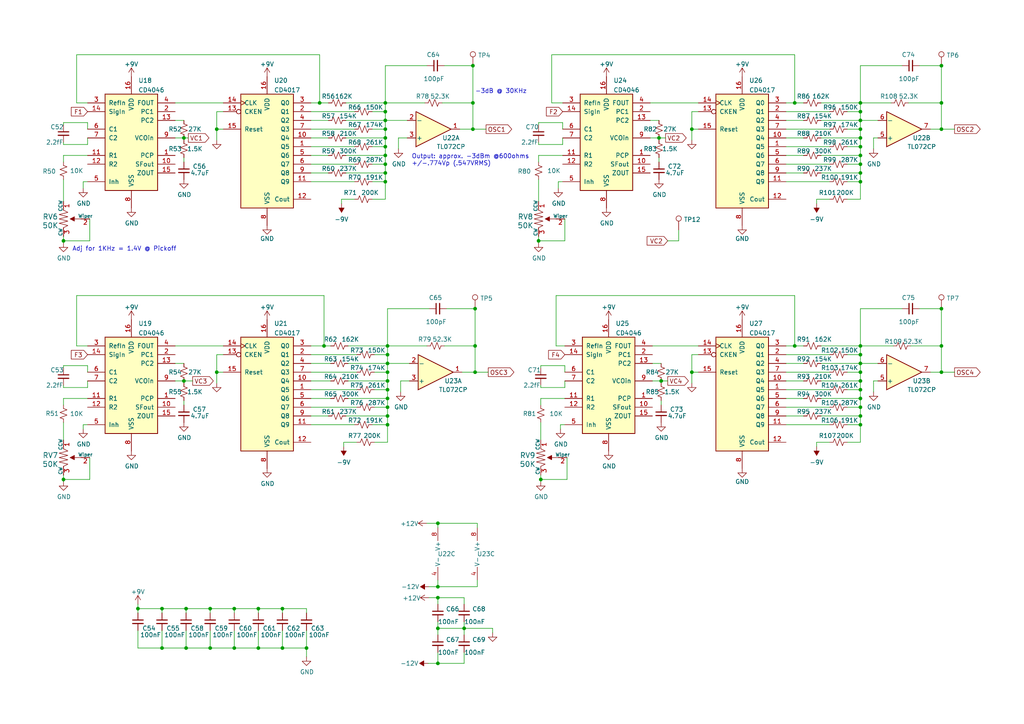
<source format=kicad_sch>
(kicad_sch (version 20211123) (generator eeschema)
  (paper "A4")
  (title_block (title "Twangilizer") (rev "1.2"))
  (junction (at 81.915 187.96))
  (junction (at 249.555 120.65))
  (junction (at 249.555 113.03))
  (junction (at 137.795 107.95))
  (junction (at 46.99 187.96))
  (junction (at 111.76 37.465))
  (junction (at 53.34 110.49))
  (junction (at 273.05 89.535))
  (junction (at 137.795 89.535))
  (junction (at 111.76 47.625))
  (junction (at 156.845 139.065))
  (junction (at 249.555 115.57))
  (junction (at 88.9 187.96))
  (junction (at 18.415 69.85))
  (junction (at 127 182.245))
  (junction (at 111.76 40.005))
  (junction (at 249.555 50.165))
  (junction (at 93.98 100.33))
  (junction (at 40.005 176.53))
  (junction (at 62.865 37.465))
  (junction (at 92.71 29.845))
  (junction (at 249.555 47.625))
  (junction (at 127 170.18))
  (junction (at 81.915 176.53))
  (junction (at 112.395 110.49))
  (junction (at 249.555 100.33))
  (junction (at 137.16 37.465))
  (junction (at 134.62 182.245))
  (junction (at 62.865 107.95))
  (junction (at 111.76 42.545))
  (junction (at 137.16 29.845))
  (junction (at 249.555 123.19))
  (junction (at 249.555 34.925))
  (junction (at 127 192.405))
  (junction (at 60.96 187.96))
  (junction (at 111.76 32.385))
  (junction (at 249.555 29.845))
  (junction (at 60.96 176.53))
  (junction (at 191.77 110.49))
  (junction (at 249.555 42.545))
  (junction (at 112.395 115.57))
  (junction (at 74.93 176.53))
  (junction (at 249.555 32.385))
  (junction (at 273.05 19.05))
  (junction (at 53.34 40.005))
  (junction (at 53.975 187.96))
  (junction (at 111.76 45.085))
  (junction (at 127 151.765))
  (junction (at 273.05 37.465))
  (junction (at 112.395 113.03))
  (junction (at 112.395 105.41))
  (junction (at 18.415 139.065))
  (junction (at 249.555 37.465))
  (junction (at 112.395 102.87))
  (junction (at 273.05 100.33))
  (junction (at 230.505 100.33))
  (junction (at 156.21 69.85))
  (junction (at 112.395 100.33))
  (junction (at 249.555 105.41))
  (junction (at 249.555 40.005))
  (junction (at 200.66 107.95))
  (junction (at 200.66 37.465))
  (junction (at 111.76 50.165))
  (junction (at 273.05 29.845))
  (junction (at 112.395 123.19))
  (junction (at 249.555 102.87))
  (junction (at 112.395 120.65))
  (junction (at 249.555 52.705))
  (junction (at 111.76 34.925))
  (junction (at 127 173.355))
  (junction (at 112.395 118.11))
  (junction (at 46.99 176.53))
  (junction (at 111.76 29.845))
  (junction (at 67.945 187.96))
  (junction (at 111.76 52.705))
  (junction (at 53.975 176.53))
  (junction (at 249.555 118.11))
  (junction (at 249.555 107.95))
  (junction (at 74.93 187.96))
  (junction (at 230.505 29.845))
  (junction (at 137.16 19.05))
  (junction (at 249.555 45.085))
  (junction (at 249.555 110.49))
  (junction (at 112.395 107.95))
  (junction (at 273.05 107.95))
  (junction (at 67.945 176.53))
  (junction (at 137.795 100.33))
  (junction (at 191.135 40.005))
  (wire (pts (xy 134.62 180.34) (xy 134.62 182.245)))
  (wire (pts (xy 245.745 128.27) (xy 249.555 128.27)))
  (wire (pts (xy 107.95 123.19) (xy 112.395 123.19)))
  (wire (pts (xy 238.125 29.845) (xy 249.555 29.845)))
  (wire (pts (xy 74.93 177.8) (xy 74.93 176.53)))
  (wire (pts (xy 112.395 89.535) (xy 112.395 100.33)))
  (wire (pts (xy 249.555 42.545) (xy 249.555 45.085)))
  (wire (pts (xy 249.555 100.33) (xy 259.08 100.33)))
  (wire (pts (xy 88.9 187.96) (xy 88.9 190.5)))
  (wire (pts (xy 238.125 40.005) (xy 249.555 40.005)))
  (wire (pts (xy 90.17 123.19) (xy 102.87 123.19)))
  (wire (pts (xy 40.005 175.26) (xy 40.005 176.53)))
  (wire (pts (xy 24.13 124.46) (xy 24.13 123.19)))
  (wire (pts (xy 200.66 102.87) (xy 200.66 107.95)))
  (wire (pts (xy 200.66 40.64) (xy 200.66 37.465)))
  (wire (pts (xy 25.4 37.465) (xy 25.4 35.56)))
  (wire (pts (xy 100.965 100.33) (xy 112.395 100.33)))
  (wire (pts (xy 18.415 41.91) (xy 18.415 41.275)))
  (wire (pts (xy 108.585 118.11) (xy 112.395 118.11)))
  (wire (pts (xy 25.4 45.085) (xy 18.415 45.085)))
  (wire (pts (xy 111.76 40.005) (xy 111.76 42.545)))
  (wire (pts (xy 156.21 52.07) (xy 156.21 58.42)))
  (wire (pts (xy 230.505 29.845) (xy 233.045 29.845)))
  (wire (pts (xy 227.965 47.625) (xy 240.665 47.625)))
  (wire (pts (xy 112.395 102.87) (xy 112.395 105.41)))
  (wire (pts (xy 18.415 69.85) (xy 18.415 70.485)))
  (wire (pts (xy 127 168.275) (xy 127 170.18)))
  (wire (pts (xy 53.34 110.49) (xy 55.88 110.49)))
  (wire (pts (xy 134.62 173.355) (xy 134.62 175.26)))
  (wire (pts (xy 124.46 170.18) (xy 127 170.18)))
  (wire (pts (xy 88.9 187.96) (xy 81.915 187.96)))
  (wire (pts (xy 74.93 182.88) (xy 74.93 187.96)))
  (wire (pts (xy 137.16 29.845) (xy 137.16 37.465)))
  (wire (pts (xy 127 173.355) (xy 127 175.26)))
  (wire (pts (xy 127 182.245) (xy 134.62 182.245)))
  (wire (pts (xy 100.965 115.57) (xy 112.395 115.57)))
  (wire (pts (xy 53.975 187.96) (xy 60.96 187.96)))
  (wire (pts (xy 112.395 100.33) (xy 123.825 100.33)))
  (wire (pts (xy 227.965 50.165) (xy 233.045 50.165)))
  (wire (pts (xy 127 170.18) (xy 138.43 170.18)))
  (wire (pts (xy 25.4 41.91) (xy 18.415 41.91)))
  (wire (pts (xy 25.4 107.95) (xy 25.4 106.045)))
  (wire (pts (xy 129.54 89.535) (xy 137.795 89.535)))
  (wire (pts (xy 156.845 137.795) (xy 156.845 139.065)))
  (wire (pts (xy 245.745 57.785) (xy 249.555 57.785)))
  (wire (pts (xy 67.945 182.88) (xy 67.945 187.96)))
  (wire (pts (xy 22.225 29.845) (xy 25.4 29.845)))
  (wire (pts (xy 108.585 113.03) (xy 112.395 113.03)))
  (wire (pts (xy 93.98 100.33) (xy 95.885 100.33)))
  (wire (pts (xy 50.8 110.49) (xy 53.34 110.49)))
  (wire (pts (xy 188.595 40.005) (xy 191.135 40.005)))
  (wire (pts (xy 189.23 110.49) (xy 191.77 110.49)))
  (wire (pts (xy 245.745 37.465) (xy 249.555 37.465)))
  (wire (pts (xy 62.865 37.465) (xy 62.865 32.385)))
  (wire (pts (xy 200.66 107.95) (xy 200.66 111.125)))
  (wire (pts (xy 46.99 177.8) (xy 46.99 176.53)))
  (wire (pts (xy 249.555 29.845) (xy 258.445 29.845)))
  (wire (pts (xy 261.62 19.05) (xy 249.555 19.05)))
  (wire (pts (xy 249.555 29.845) (xy 249.555 32.385)))
  (wire (pts (xy 99.06 59.055) (xy 99.06 57.785)))
  (wire (pts (xy 261.62 89.535) (xy 249.555 89.535)))
  (wire (pts (xy 127 180.34) (xy 127 182.245)))
  (wire (pts (xy 60.96 177.8) (xy 60.96 176.53)))
  (wire (pts (xy 138.43 168.275) (xy 138.43 170.18)))
  (wire (pts (xy 163.83 110.49) (xy 163.83 112.395)))
  (wire (pts (xy 50.8 105.41) (xy 53.34 105.41)))
  (wire (pts (xy 100.965 105.41) (xy 112.395 105.41)))
  (wire (pts (xy 163.195 41.91) (xy 156.21 41.91)))
  (wire (pts (xy 191.135 40.005) (xy 191.135 40.64)))
  (wire (pts (xy 18.415 137.795) (xy 18.415 139.065)))
  (wire (pts (xy 227.965 29.845) (xy 230.505 29.845)))
  (wire (pts (xy 200.66 102.87) (xy 202.565 102.87)))
  (wire (pts (xy 134.62 182.245) (xy 142.875 182.245)))
  (wire (pts (xy 249.555 110.49) (xy 249.555 113.03)))
  (wire (pts (xy 111.76 42.545) (xy 111.76 45.085)))
  (wire (pts (xy 92.71 29.845) (xy 95.25 29.845)))
  (wire (pts (xy 112.395 115.57) (xy 112.395 118.11)))
  (wire (pts (xy 249.555 100.33) (xy 249.555 102.87)))
  (wire (pts (xy 90.17 32.385) (xy 102.87 32.385)))
  (wire (pts (xy 156.21 35.56) (xy 156.21 36.195)))
  (wire (pts (xy 112.395 107.95) (xy 112.395 110.49)))
  (wire (pts (xy 156.21 68.58) (xy 156.21 69.85)))
  (wire (pts (xy 40.005 176.53) (xy 46.99 176.53)))
  (wire (pts (xy 108.585 107.95) (xy 112.395 107.95)))
  (wire (pts (xy 137.795 89.535) (xy 137.795 100.33)))
  (wire (pts (xy 46.99 187.96) (xy 53.975 187.96)))
  (wire (pts (xy 156.21 45.085) (xy 156.21 46.99)))
  (wire (pts (xy 137.16 37.465) (xy 140.97 37.465)))
  (wire (pts (xy 53.34 40.005) (xy 54.61 40.005)))
  (wire (pts (xy 249.555 102.87) (xy 249.555 105.41)))
  (wire (pts (xy 162.56 123.19) (xy 163.83 123.19)))
  (wire (pts (xy 62.865 107.95) (xy 64.77 107.95)))
  (wire (pts (xy 112.395 113.03) (xy 112.395 115.57)))
  (wire (pts (xy 249.555 107.95) (xy 249.555 110.49)))
  (wire (pts (xy 25.4 115.57) (xy 18.415 115.57)))
  (wire (pts (xy 99.695 129.54) (xy 99.695 128.27)))
  (wire (pts (xy 24.13 52.705) (xy 25.4 52.705)))
  (wire (pts (xy 111.76 29.845) (xy 111.76 32.385)))
  (wire (pts (xy 227.965 113.03) (xy 240.665 113.03)))
  (wire (pts (xy 227.965 32.385) (xy 240.665 32.385)))
  (wire (pts (xy 160.02 15.875) (xy 160.02 29.845)))
  (wire (pts (xy 124.46 89.535) (xy 112.395 89.535)))
  (wire (pts (xy 273.05 107.95) (xy 269.875 107.95)))
  (wire (pts (xy 249.555 120.65) (xy 249.555 123.19)))
  (wire (pts (xy 62.865 111.125) (xy 62.865 107.95)))
  (wire (pts (xy 90.17 118.11) (xy 103.505 118.11)))
  (wire (pts (xy 162.56 124.46) (xy 162.56 123.19)))
  (wire (pts (xy 18.415 106.045) (xy 18.415 106.68)))
  (wire (pts (xy 18.415 45.085) (xy 18.415 46.99)))
  (wire (pts (xy 227.965 42.545) (xy 240.665 42.545)))
  (wire (pts (xy 111.76 45.085) (xy 111.76 47.625)))
  (wire (pts (xy 253.365 113.665) (xy 253.365 110.49)))
  (wire (pts (xy 188.595 34.925) (xy 191.135 34.925)))
  (wire (pts (xy 227.965 40.005) (xy 233.045 40.005)))
  (wire (pts (xy 25.4 100.33) (xy 22.225 100.33)))
  (wire (pts (xy 88.9 177.8) (xy 88.9 176.53)))
  (wire (pts (xy 67.945 187.96) (xy 60.96 187.96)))
  (wire (pts (xy 90.17 34.925) (xy 95.25 34.925)))
  (wire (pts (xy 100.33 29.845) (xy 111.76 29.845)))
  (wire (pts (xy 25.4 112.395) (xy 18.415 112.395)))
  (wire (pts (xy 227.965 34.925) (xy 233.045 34.925)))
  (wire (pts (xy 200.66 32.385) (xy 202.565 32.385)))
  (wire (pts (xy 238.125 110.49) (xy 249.555 110.49)))
  (wire (pts (xy 227.965 107.95) (xy 240.665 107.95)))
  (wire (pts (xy 227.965 105.41) (xy 233.045 105.41)))
  (wire (pts (xy 112.395 118.11) (xy 112.395 120.65)))
  (wire (pts (xy 128.905 100.33) (xy 137.795 100.33)))
  (wire (pts (xy 67.945 187.96) (xy 74.93 187.96)))
  (wire (pts (xy 128.905 19.05) (xy 137.16 19.05)))
  (wire (pts (xy 50.8 29.845) (xy 64.77 29.845)))
  (wire (pts (xy 24.13 52.705) (xy 24.13 54.61)))
  (wire (pts (xy 90.17 42.545) (xy 102.87 42.545)))
  (wire (pts (xy 156.845 122.555) (xy 156.845 127.635)))
  (wire (pts (xy 273.05 100.33) (xy 273.05 107.95)))
  (wire (pts (xy 249.555 34.925) (xy 249.555 37.465)))
  (wire (pts (xy 249.555 47.625) (xy 249.555 50.165)))
  (wire (pts (xy 160.02 29.845) (xy 163.195 29.845)))
  (wire (pts (xy 238.125 50.165) (xy 249.555 50.165)))
  (wire (pts (xy 245.745 107.95) (xy 249.555 107.95)))
  (wire (pts (xy 236.855 57.785) (xy 240.665 57.785)))
  (wire (pts (xy 112.395 105.41) (xy 112.395 107.95)))
  (wire (pts (xy 263.525 29.845) (xy 273.05 29.845)))
  (wire (pts (xy 26.035 63.5) (xy 26.035 69.85)))
  (wire (pts (xy 227.965 52.705) (xy 240.665 52.705)))
  (wire (pts (xy 273.05 19.05) (xy 273.05 29.845)))
  (wire (pts (xy 93.98 100.33) (xy 90.17 100.33)))
  (wire (pts (xy 236.855 128.27) (xy 240.665 128.27)))
  (wire (pts (xy 163.83 63.5) (xy 163.83 69.85)))
  (wire (pts (xy 127 189.23) (xy 127 192.405)))
  (wire (pts (xy 191.77 110.49) (xy 193.675 110.49)))
  (wire (pts (xy 227.965 120.65) (xy 233.045 120.65)))
  (wire (pts (xy 90.17 102.87) (xy 103.505 102.87)))
  (wire (pts (xy 100.33 34.925) (xy 111.76 34.925)))
  (wire (pts (xy 53.34 45.72) (xy 53.34 46.99)))
  (wire (pts (xy 164.465 139.065) (xy 156.845 139.065)))
  (wire (pts (xy 273.05 107.95) (xy 276.86 107.95)))
  (wire (pts (xy 81.915 182.88) (xy 81.915 187.96)))
  (wire (pts (xy 163.195 40.005) (xy 163.195 41.91)))
  (wire (pts (xy 90.17 115.57) (xy 95.885 115.57)))
  (wire (pts (xy 25.4 35.56) (xy 18.415 35.56)))
  (wire (pts (xy 253.365 43.18) (xy 253.365 40.005)))
  (wire (pts (xy 127 192.405) (xy 134.62 192.405)))
  (wire (pts (xy 92.71 15.875) (xy 22.225 15.875)))
  (wire (pts (xy 18.415 139.065) (xy 18.415 139.7)))
  (wire (pts (xy 163.195 37.465) (xy 163.195 35.56)))
  (wire (pts (xy 111.76 29.845) (xy 123.19 29.845)))
  (wire (pts (xy 90.17 45.085) (xy 95.25 45.085)))
  (wire (pts (xy 25.4 106.045) (xy 18.415 106.045)))
  (wire (pts (xy 40.005 177.8) (xy 40.005 176.53)))
  (wire (pts (xy 253.365 110.49) (xy 254.635 110.49)))
  (wire (pts (xy 124.206 192.405) (xy 127 192.405)))
  (wire (pts (xy 93.98 85.725) (xy 93.98 100.33)))
  (wire (pts (xy 189.23 105.41) (xy 191.77 105.41)))
  (wire (pts (xy 230.505 15.875) (xy 230.505 29.845)))
  (wire (pts (xy 156.845 112.395) (xy 156.845 111.76)))
  (wire (pts (xy 249.555 52.705) (xy 249.555 57.785)))
  (wire (pts (xy 163.83 115.57) (xy 156.845 115.57)))
  (wire (pts (xy 50.8 40.005) (xy 53.34 40.005)))
  (wire (pts (xy 189.23 100.33) (xy 202.565 100.33)))
  (wire (pts (xy 53.975 182.88) (xy 53.975 187.96)))
  (wire (pts (xy 88.9 176.53) (xy 81.915 176.53)))
  (wire (pts (xy 62.865 40.64) (xy 62.865 37.465)))
  (wire (pts (xy 227.965 123.19) (xy 240.665 123.19)))
  (wire (pts (xy 90.17 120.65) (xy 95.25 120.65)))
  (wire (pts (xy 188.595 29.845) (xy 202.565 29.845)))
  (wire (pts (xy 108.585 128.27) (xy 112.395 128.27)))
  (wire (pts (xy 163.83 112.395) (xy 156.845 112.395)))
  (wire (pts (xy 111.76 34.925) (xy 118.11 34.925)))
  (wire (pts (xy 273.05 37.465) (xy 276.86 37.465)))
  (wire (pts (xy 90.17 29.845) (xy 92.71 29.845)))
  (wire (pts (xy 238.125 115.57) (xy 249.555 115.57)))
  (wire (pts (xy 100.965 110.49) (xy 112.395 110.49)))
  (wire (pts (xy 50.8 34.925) (xy 53.34 34.925)))
  (wire (pts (xy 266.7 89.535) (xy 273.05 89.535)))
  (wire (pts (xy 124.46 173.355) (xy 127 173.355)))
  (wire (pts (xy 156.21 69.85) (xy 156.21 70.485)))
  (wire (pts (xy 249.555 19.05) (xy 249.555 29.845)))
  (wire (pts (xy 18.415 115.57) (xy 18.415 117.475)))
  (wire (pts (xy 108.585 102.87) (xy 112.395 102.87)))
  (wire (pts (xy 111.76 34.925) (xy 111.76 37.465)))
  (wire (pts (xy 107.95 37.465) (xy 111.76 37.465)))
  (wire (pts (xy 123.825 151.765) (xy 127 151.765)))
  (wire (pts (xy 127 173.355) (xy 134.62 173.355)))
  (wire (pts (xy 253.365 40.005) (xy 254.635 40.005)))
  (wire (pts (xy 161.29 85.725) (xy 230.505 85.725)))
  (wire (pts (xy 249.555 105.41) (xy 254.635 105.41)))
  (wire (pts (xy 156.845 115.57) (xy 156.845 117.475)))
  (wire (pts (xy 163.83 107.95) (xy 163.83 106.045)))
  (wire (pts (xy 115.57 43.18) (xy 115.57 40.005)))
  (wire (pts (xy 230.505 100.33) (xy 227.965 100.33)))
  (wire (pts (xy 22.225 15.875) (xy 22.225 29.845)))
  (wire (pts (xy 196.85 69.85) (xy 193.675 69.85)))
  (wire (pts (xy 137.16 19.05) (xy 137.16 29.845)))
  (wire (pts (xy 100.33 45.085) (xy 111.76 45.085)))
  (wire (pts (xy 238.125 45.085) (xy 249.555 45.085)))
  (wire (pts (xy 161.925 52.705) (xy 163.195 52.705)))
  (wire (pts (xy 245.745 123.19) (xy 249.555 123.19)))
  (wire (pts (xy 163.195 35.56) (xy 156.21 35.56)))
  (wire (pts (xy 230.505 85.725) (xy 230.505 100.33)))
  (wire (pts (xy 107.95 47.625) (xy 111.76 47.625)))
  (wire (pts (xy 67.945 176.53) (xy 74.93 176.53)))
  (wire (pts (xy 249.555 37.465) (xy 249.555 40.005)))
  (wire (pts (xy 236.855 129.54) (xy 236.855 128.27)))
  (wire (pts (xy 26.035 132.715) (xy 26.035 139.065)))
  (wire (pts (xy 53.975 176.53) (xy 60.96 176.53)))
  (wire (pts (xy 116.205 113.665) (xy 116.205 110.49)))
  (wire (pts (xy 134.62 182.245) (xy 134.62 184.15)))
  (wire (pts (xy 191.77 110.49) (xy 191.77 111.125)))
  (wire (pts (xy 227.965 118.11) (xy 240.665 118.11)))
  (wire (pts (xy 161.925 52.705) (xy 161.925 54.61)))
  (wire (pts (xy 137.795 107.95) (xy 133.985 107.95)))
  (wire (pts (xy 134.62 189.23) (xy 134.62 192.405)))
  (wire (pts (xy 90.17 50.165) (xy 95.25 50.165)))
  (wire (pts (xy 46.99 182.88) (xy 46.99 187.96)))
  (wire (pts (xy 127 182.245) (xy 127 184.15)))
  (wire (pts (xy 111.76 50.165) (xy 111.76 52.705)))
  (wire (pts (xy 245.745 47.625) (xy 249.555 47.625)))
  (wire (pts (xy 92.71 15.875) (xy 92.71 29.845)))
  (wire (pts (xy 99.695 128.27) (xy 103.505 128.27)))
  (wire (pts (xy 191.135 45.72) (xy 191.135 46.99)))
  (wire (pts (xy 202.565 107.95) (xy 200.66 107.95)))
  (wire (pts (xy 163.83 106.045) (xy 156.845 106.045)))
  (wire (pts (xy 62.865 37.465) (xy 64.77 37.465)))
  (wire (pts (xy 156.845 106.045) (xy 156.845 106.68)))
  (wire (pts (xy 273.05 37.465) (xy 269.875 37.465)))
  (wire (pts (xy 245.745 118.11) (xy 249.555 118.11)))
  (wire (pts (xy 67.945 177.8) (xy 67.945 176.53)))
  (wire (pts (xy 50.8 100.33) (xy 64.77 100.33)))
  (wire (pts (xy 88.9 182.88) (xy 88.9 187.96)))
  (wire (pts (xy 273.05 89.535) (xy 273.05 100.33)))
  (wire (pts (xy 245.745 32.385) (xy 249.555 32.385)))
  (wire (pts (xy 127 151.765) (xy 138.43 151.765)))
  (wire (pts (xy 230.505 15.875) (xy 160.02 15.875)))
  (wire (pts (xy 137.795 100.33) (xy 137.795 107.95)))
  (wire (pts (xy 112.395 105.41) (xy 118.745 105.41)))
  (wire (pts (xy 264.16 100.33) (xy 273.05 100.33)))
  (wire (pts (xy 163.195 45.085) (xy 156.21 45.085)))
  (wire (pts (xy 227.965 45.085) (xy 233.045 45.085)))
  (wire (pts (xy 249.555 45.085) (xy 249.555 47.625)))
  (wire (pts (xy 249.555 32.385) (xy 249.555 34.925)))
  (wire (pts (xy 111.76 52.705) (xy 111.76 57.785)))
  (wire (pts (xy 112.395 100.33) (xy 112.395 102.87)))
  (wire (pts (xy 46.99 176.53) (xy 53.975 176.53)))
  (wire (pts (xy 238.125 34.925) (xy 249.555 34.925)))
  (wire (pts (xy 90.17 107.95) (xy 103.505 107.95)))
  (wire (pts (xy 62.865 32.385) (xy 64.77 32.385)))
  (wire (pts (xy 111.76 47.625) (xy 111.76 50.165)))
  (wire (pts (xy 107.95 32.385) (xy 111.76 32.385)))
  (wire (pts (xy 238.125 105.41) (xy 249.555 105.41)))
  (wire (pts (xy 111.76 19.05) (xy 111.76 29.845)))
  (wire (pts (xy 53.34 116.205) (xy 53.34 117.475)))
  (wire (pts (xy 90.17 37.465) (xy 102.87 37.465)))
  (wire (pts (xy 138.43 151.765) (xy 138.43 153.035)))
  (wire (pts (xy 249.555 34.925) (xy 254.635 34.925)))
  (wire (pts (xy 90.17 113.03) (xy 103.505 113.03)))
  (wire (pts (xy 227.965 37.465) (xy 240.665 37.465)))
  (wire (pts (xy 142.875 183.515) (xy 142.875 182.245)))
  (wire (pts (xy 22.225 85.725) (xy 93.98 85.725)))
  (wire (pts (xy 25.4 110.49) (xy 25.4 112.395)))
  (wire (pts (xy 123.825 19.05) (xy 111.76 19.05)))
  (wire (pts (xy 127 151.765) (xy 127 153.035)))
  (wire (pts (xy 18.415 52.07) (xy 18.415 58.42)))
  (wire (pts (xy 116.205 110.49) (xy 118.745 110.49)))
  (wire (pts (xy 163.83 69.85) (xy 156.21 69.85)))
  (wire (pts (xy 164.465 132.715) (xy 164.465 139.065)))
  (wire (pts (xy 22.225 100.33) (xy 22.225 85.725)))
  (wire (pts (xy 18.415 35.56) (xy 18.415 36.195)))
  (wire (pts (xy 249.555 105.41) (xy 249.555 107.95)))
  (wire (pts (xy 26.035 139.065) (xy 18.415 139.065)))
  (wire (pts (xy 238.125 120.65) (xy 249.555 120.65)))
  (wire (pts (xy 249.555 40.005) (xy 249.555 42.545)))
  (wire (pts (xy 191.135 40.005) (xy 193.04 40.005)))
  (wire (pts (xy 81.915 187.96) (xy 74.93 187.96)))
  (wire (pts (xy 128.27 29.845) (xy 137.16 29.845)))
  (wire (pts (xy 100.33 120.65) (xy 112.395 120.65)))
  (wire (pts (xy 249.555 118.11) (xy 249.555 120.65)))
  (wire (pts (xy 67.945 176.53) (xy 60.96 176.53)))
  (wire (pts (xy 249.555 113.03) (xy 249.555 115.57)))
  (wire (pts (xy 196.85 66.675) (xy 196.85 69.85)))
  (wire (pts (xy 191.77 116.205) (xy 191.77 117.475)))
  (wire (pts (xy 200.66 37.465) (xy 202.565 37.465)))
  (wire (pts (xy 90.17 40.005) (xy 95.25 40.005)))
  (wire (pts (xy 100.33 50.165) (xy 111.76 50.165)))
  (wire (pts (xy 227.965 110.49) (xy 233.045 110.49)))
  (wire (pts (xy 245.745 52.705) (xy 249.555 52.705)))
  (wire (pts (xy 266.7 19.05) (xy 273.05 19.05)))
  (wire (pts (xy 249.555 50.165) (xy 249.555 52.705)))
  (wire (pts (xy 18.415 68.58) (xy 18.415 69.85)))
  (wire (pts (xy 111.76 37.465) (xy 111.76 40.005)))
  (wire (pts (xy 62.865 102.87) (xy 64.77 102.87)))
  (wire (pts (xy 99.06 57.785) (xy 102.87 57.785)))
  (wire (pts (xy 249.555 123.19) (xy 249.555 128.27)))
  (wire (pts (xy 112.395 123.19) (xy 112.395 128.27)))
  (wire (pts (xy 25.4 40.005) (xy 25.4 41.91)))
  (wire (pts (xy 156.21 41.91) (xy 156.21 41.275)))
  (wire (pts (xy 137.16 37.465) (xy 133.35 37.465)))
  (wire (pts (xy 90.17 110.49) (xy 95.885 110.49)))
  (wire (pts (xy 245.745 113.03) (xy 249.555 113.03)))
  (wire (pts (xy 273.05 29.845) (xy 273.05 37.465)))
  (wire (pts (xy 53.34 110.49) (xy 53.34 111.125)))
  (wire (pts (xy 245.745 102.87) (xy 249.555 102.87)))
  (wire (pts (xy 53.34 40.005) (xy 53.34 40.64)))
  (wire (pts (xy 100.33 40.005) (xy 111.76 40.005)))
  (wire (pts (xy 60.96 182.88) (xy 60.96 187.96)))
  (wire (pts (xy 53.975 177.8) (xy 53.975 176.53)))
  (wire (pts (xy 227.965 115.57) (xy 233.045 115.57)))
  (wire (pts (xy 156.845 139.065) (xy 156.845 139.7)))
  (wire (pts (xy 111.76 32.385) (xy 111.76 34.925)))
  (wire (pts (xy 200.66 37.465) (xy 200.66 32.385)))
  (wire (pts (xy 26.035 69.85) (xy 18.415 69.85)))
  (wire (pts (xy 90.17 52.705) (xy 102.87 52.705)))
  (wire (pts (xy 249.555 89.535) (xy 249.555 100.33)))
  (wire (pts (xy 81.915 176.53) (xy 74.93 176.53)))
  (wire (pts (xy 249.555 115.57) (xy 249.555 118.11)))
  (wire (pts (xy 230.505 100.33) (xy 233.045 100.33)))
  (wire (pts (xy 238.125 100.33) (xy 249.555 100.33)))
  (wire (pts (xy 112.395 110.49) (xy 112.395 113.03)))
  (wire (pts (xy 18.415 112.395) (xy 18.415 111.76)))
  (wire (pts (xy 90.17 47.625) (xy 102.87 47.625)))
  (wire (pts (xy 107.95 52.705) (xy 111.76 52.705)))
  (wire (pts (xy 161.29 100.33) (xy 161.29 85.725)))
  (wire (pts (xy 163.83 100.33) (xy 161.29 100.33)))
  (wire (pts (xy 245.745 42.545) (xy 249.555 42.545)))
  (wire (pts (xy 236.855 59.055) (xy 236.855 57.785)))
  (wire (pts (xy 90.17 105.41) (xy 95.885 105.41)))
  (wire (pts (xy 112.395 120.65) (xy 112.395 123.19)))
  (wire (pts (xy 227.965 102.87) (xy 240.665 102.87)))
  (wire (pts (xy 107.95 57.785) (xy 111.76 57.785)))
  (wire (pts (xy 107.95 42.545) (xy 111.76 42.545)))
  (wire (pts (xy 115.57 40.005) (xy 118.11 40.005)))
  (wire (pts (xy 40.005 182.88) (xy 40.005 187.96)))
  (wire (pts (xy 137.795 107.95) (xy 141.605 107.95)))
  (wire (pts (xy 24.13 123.19) (xy 25.4 123.19)))
  (wire (pts (xy 62.865 107.95) (xy 62.865 102.87)))
  (wire (pts (xy 18.415 122.555) (xy 18.415 127.635)))
  (wire (pts (xy 81.915 177.8) (xy 81.915 176.53)))
  (wire (pts (xy 40.005 187.96) (xy 46.99 187.96)))
  (text "-3dB @ 30KHz" (at 137.795 27.305 0) (effects (font (size 1.27 1.27)) (justify left bottom)))
  (text "Adj for 1KHz = 1.4V @ Pickoff" (at 20.955 73.025 0) (effects (font (size 1.27 1.27)) (justify left bottom)))
  (text "Output: approx. -3dBm @600ohms\n+/-.774Vp (.547VRMS)" (at 119.38 48.26 0) (effects (font (size 1.27 1.27)) (justify left bottom)))
  (global_label "OSC4" (shape output) (at 276.86 107.95 0) (property "Intersheet References" "${INTERSHEET_REFS}" (effects hide)))
  (global_label "VC2" (shape output) (at 193.04 40.005 0) (property "Intersheet References" "${INTERSHEET_REFS}" (effects hide)))
  (global_label "OSC1" (shape output) (at 140.97 37.465 0) (property "Intersheet References" "${INTERSHEET_REFS}" (effects hide)))
  (global_label "VC3" (shape output) (at 55.88 110.49 0) (property "Intersheet References" "${INTERSHEET_REFS}" (effects hide)))
  (global_label "F4" (shape input) (at 163.83 102.87 180) (property "Intersheet References" "${INTERSHEET_REFS}" (effects hide)))
  (global_label "F3" (shape input) (at 25.4 102.87 180) (property "Intersheet References" "${INTERSHEET_REFS}" (effects hide)))
  (global_label "VC2" (shape input) (at 193.675 69.85 180) (property "Intersheet References" "${INTERSHEET_REFS}" (effects hide)))
  (global_label "OSC3" (shape output) (at 141.605 107.95 0) (property "Intersheet References" "${INTERSHEET_REFS}" (effects hide)))
  (global_label "F2" (shape input) (at 163.195 32.385 180) (property "Intersheet References" "${INTERSHEET_REFS}" (effects hide)))
  (global_label "VC4" (shape output) (at 193.675 110.49 0) (property "Intersheet References" "${INTERSHEET_REFS}" (effects hide)))
  (global_label "F1" (shape input) (at 25.4 32.385 180) (property "Intersheet References" "${INTERSHEET_REFS}" (effects hide)))
  (global_label "OSC2" (shape output) (at 276.86 37.465 0) (property "Intersheet References" "${INTERSHEET_REFS}" (effects hide)))
  (global_label "VC1" (shape output) (at 54.61 40.005 0) (property "Intersheet References" "${INTERSHEET_REFS}" (effects hide)))
  (symbol (lib_id "4xxx:4017") (at 215.265 113.03 0) (unit 1)
    (property "Reference" "U27" (at 217.2844 93.8235 0) (effects (justify left)))
    (property "Value" "CD4017" (at 217.2844 96.5986 0) (effects (justify left)))
    (property "Footprint" "Package_SO:SOIC-16_3.9x9.9mm_P1.27mm" (effects hide))
    (property "Datasheet" "http://www.intersil.com/content/dam/Intersil/documents/cd40/cd4017bms-22bms.pdf" (effects hide))
    (property "Digi-Key Part" "296-12808-1-ND" (effects hide))
    (property "LCSC Part #" "C356694" (effects hide))
  )
  (symbol (lib_id "Device:R_Small_US") (at 243.205 107.95 90) (unit 1)
    (property "Reference" "R103" (at 240.665 106.68 90))
    (property "Value" "174K" (at 246.38 106.68 90))
    (property "Footprint" "Resistor_SMD:R_0603_1608Metric" (effects hide))
    (property "Digi-Key Part" "CF14JT10K0CT-ND" (effects hide))
    (property "LCSC Part #" "C2933159" (effects hide))
  )
  (symbol (lib_id "Device:C_Small") (at 134.62 177.8 0) (unit 1)
    (property "Reference" "C68" (at 136.9568 176.6316 0) (effects (justify left)))
    (property "Value" "100nF" (at 134.62 180.34 0) (effects (justify left)))
    (property "Footprint" "Capacitor_SMD:C_0805_2012Metric_Pad1.18x1.45mm_HandSolder" (effects hide))
    (property "Datasheet" "http://datasheets.avx.com/SR-Series.pdf" (effects hide))
    (property "Digi-Key Part" "478-10836-1-ND" (effects hide))
    (property "LCSC Part #" "C49678" (effects hide))
  )
  (symbol (lib_id "Device:R_Small_US") (at 98.425 100.33 90) (unit 1)
    (property "Reference" "R62" (at 95.885 98.425 90))
    (property "Value" "162K" (at 101.6 98.425 90))
    (property "Footprint" "Resistor_SMD:R_0603_1608Metric" (effects hide))
    (property "Digi-Key Part" "CF14JT10K0CT-ND" (effects hide))
    (property "LCSC Part #" "C217756" (effects hide))
  )
  (symbol (lib_id "power:GND") (at 88.9 190.5 0) (unit 1)
    (property "Reference" "#PWR0118" (effects hide))
    (property "Value" "GND" (at 89.027 194.8942 0))
  )
  (symbol (lib_id "Amplifier_Operational:TL072") (at 125.73 37.465 0) (mirror x) (unit 1)
    (property "Reference" "U22" (at 130.81 40.005 0))
    (property "Value" "TL072CP" (at 130.81 42.545 0))
    (property "Footprint" "Package_SO:SOIC-8_3.9x4.9mm_P1.27mm" (effects hide))
    (property "Digi-Key Part" "296-1775-5-ND" (effects hide))
    (property "LCSC Part #" "C6961" (effects hide))
  )
  (symbol (lib_id "Connector:TestPoint") (at 137.795 89.535 0) (unit 1)
    (property "Reference" "TP5" (at 139.2682 86.5378 0) (effects (justify left)))
    (property "Value" "TestPoint" (effects hide))
    (property "Footprint" "TestPoint:TestPoint_Loop_D2.54mm_Drill1.5mm_Beaded" (effects hide))
    (property "Digi-Key Part" "36-5006-ND" (effects hide))
    (property "LCSC Part #" "C5199801" (effects hide))
  )
  (symbol (lib_id "power:GND") (at 24.13 124.46 0) (unit 1)
    (property "Reference" "#PWR0104" (effects hide))
    (property "Value" "GND" (at 24.257 128.8542 0))
  )
  (symbol (lib_id "Device:R_Small_US") (at 260.985 29.845 90) (unit 1)
    (property "Reference" "R108" (at 257.81 27.94 90))
    (property "Value" "52.3K" (at 263.525 27.94 90))
    (property "Footprint" "Resistor_SMD:R_0603_1608Metric" (effects hide))
    (property "Digi-Key Part" "CF14JT10K0CT-ND" (effects hide))
    (property "LCSC Part #" "C23198" (effects hide))
  )
  (symbol (lib_id "Device:C_Small") (at 191.77 120.015 0) (unit 1)
    (property "Reference" "C73" (at 194.31 118.745 0) (effects (justify left)))
    (property "Value" "4.7uF" (at 193.675 120.65 0) (effects (justify left)))
    (property "Footprint" "Capacitor_SMD:C_0805_2012Metric_Pad1.18x1.45mm_HandSolder" (effects hide))
    (property "Datasheet" "http://datasheets.avx.com/SR-Series.pdf" (effects hide))
    (property "Digi-Key Part" "478-10836-1-ND" (effects hide))
    (property "LCSC Part #" "C1779" (effects hide))
  )
  (symbol (lib_id "power:-9V") (at 236.855 59.055 180) (unit 1)
    (property "Reference" "#PWR0258" (effects hide))
    (property "Value" "-9V" (at 236.855 63.6175 0))
  )
  (symbol (lib_id "Device:C_Small") (at 264.16 19.05 90) (unit 1)
    (property "Reference" "C74" (at 265.43 15.875 90) (effects (justify left)))
    (property "Value" "100pF" (at 266.7 22.86 90) (effects (justify left)))
    (property "Footprint" "Capacitor_SMD:C_0603_1608Metric_Pad1.08x0.95mm_HandSolder" (effects hide))
    (property "Datasheet" "http://datasheets.avx.com/SR-Series.pdf" (effects hide))
    (property "Digi-Key Part" "BC2662CT-ND" (effects hide))
    (property "LCSC Part #" "C14858" (effects hide))
  )
  (symbol (lib_id "Connector:TestPoint") (at 273.05 19.05 0) (unit 1)
    (property "Reference" "TP6" (at 274.5232 16.0528 0) (effects (justify left)))
    (property "Value" "TestPoint" (effects hide))
    (property "Footprint" "TestPoint:TestPoint_Loop_D2.54mm_Drill1.5mm_Beaded" (effects hide))
    (property "Digi-Key Part" "36-5006-ND" (effects hide))
    (property "LCSC Part #" "C5199801" (effects hide))
  )
  (symbol (lib_id "Device:C_Small") (at 40.005 180.34 0) (unit 1)
    (property "Reference" "C54" (at 41.275 182.245 0) (effects (justify left)))
    (property "Value" "100nF" (at 40.64 184.15 0) (effects (justify left)))
    (property "Footprint" "Capacitor_SMD:C_0805_2012Metric_Pad1.18x1.45mm_HandSolder" (effects hide))
    (property "Datasheet" "http://datasheets.avx.com/SR-Series.pdf" (effects hide))
    (property "Digi-Key Part" "478-10836-1-ND" (effects hide))
    (property "LCSC Part #" "C49678" (effects hide))
  )
  (symbol (lib_id "Connector:TestPoint") (at 273.05 89.535 0) (unit 1)
    (property "Reference" "TP7" (at 274.5232 86.5378 0) (effects (justify left)))
    (property "Value" "TestPoint" (effects hide))
    (property "Footprint" "TestPoint:TestPoint_Loop_D2.54mm_Drill1.5mm_Beaded" (effects hide))
    (property "Digi-Key Part" "36-5006-ND" (effects hide))
    (property "LCSC Part #" "C5199801" (effects hide))
  )
  (symbol (lib_id "Device:C_Small") (at 53.34 120.015 0) (unit 1)
    (property "Reference" "C57" (at 55.88 118.745 0) (effects (justify left)))
    (property "Value" "4.7uF" (at 55.245 120.65 0) (effects (justify left)))
    (property "Footprint" "Capacitor_SMD:C_0805_2012Metric_Pad1.18x1.45mm_HandSolder" (effects hide))
    (property "Datasheet" "http://datasheets.avx.com/SR-Series.pdf" (effects hide))
    (property "Digi-Key Part" "478-10836-1-ND" (effects hide))
    (property "LCSC Part #" "C1779" (effects hide))
  )
  (symbol (lib_id "Amplifier_Operational:TL072") (at 126.365 107.95 0) (mirror x) (unit 1)
    (property "Reference" "U23" (at 131.445 110.49 0))
    (property "Value" "TL072CP" (at 131.445 113.03 0))
    (property "Footprint" "Package_SO:SOIC-8_3.9x4.9mm_P1.27mm" (effects hide))
    (property "Digi-Key Part" "296-1775-5-ND" (effects hide))
    (property "LCSC Part #" "C6961" (effects hide))
  )
  (symbol (lib_id "Device:R_Small_US") (at 97.79 45.085 90) (unit 1)
    (property "Reference" "R59" (at 95.25 43.815 90))
    (property "Value" "300K" (at 100.965 43.815 90))
    (property "Footprint" "Resistor_SMD:R_0603_1608Metric" (effects hide))
    (property "Digi-Key Part" "CF14JT10K0CT-ND" (effects hide))
    (property "LCSC Part #" "C23024" (effects hide))
  )
  (symbol (lib_id "power:+9V") (at 38.1 22.225 0) (unit 1)
    (property "Reference" "#PWR0105" (effects hide))
    (property "Value" "+9V" (at 38.1 18.6205 0))
  )
  (symbol (lib_id "power:GND") (at 115.57 43.18 0) (unit 1)
    (property "Reference" "#PWR0119" (effects hide))
    (property "Value" "GND" (at 115.697 47.5742 0))
  )
  (symbol (lib_id "power:GND") (at 62.865 111.125 0) (unit 1)
    (property "Reference" "#PWR0113" (effects hide))
    (property "Value" "GND" (effects hide))
  )
  (symbol (lib_id "4xxx:4046") (at 38.1 40.005 0) (unit 1)
    (property "Reference" "U18" (at 40.1194 23.3385 0) (effects (justify left)))
    (property "Value" "CD4046" (at 40.1194 26.1136 0) (effects (justify left)))
    (property "Footprint" "Package_SO:TSSOP-16_4.4x5mm_P0.65mm" (effects hide))
    (property "Datasheet" "https://assets.nexperia.com/documents/data-sheet/HEF4046B.pdf" (effects hide))
    (property "LCSC Part #" "C2651240" (effects hide))
    (property "Digi-Key Part" "296-32888-5-ND" (effects hide))
  )
  (symbol (lib_id "Device:R_Small_US") (at 97.79 29.845 90) (unit 1)
    (property "Reference" "R56" (at 95.25 27.94 90))
    (property "Value" "162K" (at 99.695 27.94 90))
    (property "Footprint" "Resistor_SMD:R_0603_1608Metric" (effects hide))
    (property "Digi-Key Part" "CF14JT10K0CT-ND" (effects hide))
    (property "LCSC Part #" "C217756" (effects hide))
  )
  (symbol (lib_id "Device:R_Small_US") (at 105.41 47.625 90) (unit 1)
    (property "Reference" "R69" (at 102.87 46.355 90))
    (property "Value" "287K" (at 108.585 46.355 90))
    (property "Footprint" "Resistor_SMD:R_0603_1608Metric" (effects hide))
    (property "Digi-Key Part" "CF14JT10K0CT-ND" (effects hide))
    (property "LCSC Part #" "C5159700" (effects hide))
  )
  (symbol (lib_id "Device:R_Small_US") (at 106.045 113.03 90) (unit 1)
    (property "Reference" "R75" (at 103.505 111.76 90))
    (property "Value" "261K" (at 109.22 111.76 90))
    (property "Footprint" "Resistor_SMD:R_0603_1608Metric" (effects hide))
    (property "Digi-Key Part" "CF14JT10K0CT-ND" (effects hide))
    (property "LCSC Part #" "C2930083" (effects hide))
  )
  (symbol (lib_id "Device:R_Small_US") (at 156.845 120.015 0) (unit 1)
    (property "Reference" "R81" (at 153.5867 119.9904 0))
    (property "Value" "10K" (at 161.29 120.015 0))
    (property "Footprint" "Resistor_SMD:R_0603_1608Metric" (effects hide))
    (property "Digi-Key Part" "CF14JT10K0CT-ND" (effects hide))
    (property "LCSC Part #" "C25804" (effects hide))
  )
  (symbol (lib_id "Device:R_Small_US") (at 235.585 105.41 90) (unit 1)
    (property "Reference" "R92" (at 233.045 104.14 90))
    (property "Value" "154K" (at 238.76 104.14 90))
    (property "Footprint" "Resistor_SMD:R_0603_1608Metric" (effects hide))
    (property "Digi-Key Part" "CF14JT10K0CT-ND" (effects hide))
    (property "LCSC Part #" "C321731" (effects hide))
  )
  (symbol (lib_id "power:-12V") (at 124.46 170.18 90) (unit 1)
    (property "Reference" "#PWR0123" (effects hide))
    (property "Value" "-12V" (at 118.999 170.18 90))
  )
  (symbol (lib_id "power:+12V") (at 124.46 173.355 90) (unit 1)
    (property "Reference" "#PWR0124" (effects hide))
    (property "Value" "+12V" (at 119.38 173.482 90))
  )
  (symbol (lib_id "power:GND") (at 77.47 65.405 0) (unit 1)
    (property "Reference" "#PWR0115" (effects hide))
    (property "Value" "GND" (at 77.47 69.215 0))
  )
  (symbol (lib_id "Device:C_Small") (at 126.365 19.05 90) (unit 1)
    (property "Reference" "C64" (at 127.635 15.875 90) (effects (justify left)))
    (property "Value" "100pF" (at 128.905 22.86 90) (effects (justify left)))
    (property "Footprint" "Capacitor_SMD:C_0603_1608Metric_Pad1.08x0.95mm_HandSolder" (effects hide))
    (property "Datasheet" "http://datasheets.avx.com/SR-Series.pdf" (effects hide))
    (property "Digi-Key Part" "BC2662CT-ND" (effects hide))
    (property "LCSC Part #" "C14858" (effects hide))
  )
  (symbol (lib_id "Device:C_Small") (at 191.135 49.53 0) (unit 1)
    (property "Reference" "C72" (at 193.675 48.26 0) (effects (justify left)))
    (property "Value" "4.7uF" (at 193.04 50.165 0) (effects (justify left)))
    (property "Footprint" "Capacitor_SMD:C_0805_2012Metric_Pad1.18x1.45mm_HandSolder" (effects hide))
    (property "Datasheet" "http://datasheets.avx.com/SR-Series.pdf" (effects hide))
    (property "Digi-Key Part" "478-10836-1-ND" (effects hide))
    (property "LCSC Part #" "C1779" (effects hide))
  )
  (symbol (lib_id "Device:R_Small_US") (at 18.415 49.53 0) (unit 1)
    (property "Reference" "R50" (at 14.2822 49.6932 0))
    (property "Value" "10K" (at 22.225 49.53 0))
    (property "Footprint" "Resistor_SMD:R_0603_1608Metric" (effects hide))
    (property "Digi-Key Part" "CF14JT10K0CT-ND" (effects hide))
    (property "LCSC Part #" "C25804" (effects hide))
  )
  (symbol (lib_id "Device:R_Small_US") (at 243.205 123.19 90) (unit 1)
    (property "Reference" "R106" (at 240.665 121.92 90))
    (property "Value" "191K" (at 246.38 121.92 90))
    (property "Footprint" "Resistor_SMD:R_0603_1608Metric" (effects hide))
    (property "Digi-Key Part" "CF14JT10K0CT-ND" (effects hide))
    (property "LCSC Part #" "C321771" (effects hide))
  )
  (symbol (lib_id "Device:R_Small_US") (at 126.365 100.33 90) (unit 1)
    (property "Reference" "R79" (at 123.19 98.425 90))
    (property "Value" "52.3K" (at 128.27 98.425 90))
    (property "Footprint" "Resistor_SMD:R_0603_1608Metric" (effects hide))
    (property "Digi-Key Part" "CF14JT10K0CT-ND" (effects hide))
    (property "LCSC Part #" "C23198" (effects hide))
  )
  (symbol (lib_id "power:GND") (at 18.415 70.485 0) (unit 1)
    (property "Reference" "#PWR0101" (effects hide))
    (property "Value" "GND" (at 18.542 74.8792 0))
  )
  (symbol (lib_id "power:GND") (at 253.365 113.665 0) (unit 1)
    (property "Reference" "#PWR0143" (effects hide))
    (property "Value" "GND" (at 253.492 118.0592 0))
  )
  (symbol (lib_id "Device:C_Small") (at 88.9 180.34 0) (unit 1)
    (property "Reference" "C63" (at 90.17 182.245 0) (effects (justify left)))
    (property "Value" "100nF" (at 89.535 184.15 0) (effects (justify left)))
    (property "Footprint" "Capacitor_SMD:C_0805_2012Metric_Pad1.18x1.45mm_HandSolder" (effects hide))
    (property "Datasheet" "http://datasheets.avx.com/SR-Series.pdf" (effects hide))
    (property "Digi-Key Part" "478-10836-1-ND" (effects hide))
    (property "LCSC Part #" "C49678" (effects hide))
  )
  (symbol (lib_id "Device:C_Small") (at 127 186.69 0) (unit 1)
    (property "Reference" "C67" (at 129.3368 185.5216 0) (effects (justify left)))
    (property "Value" "100nF" (at 127 189.23 0) (effects (justify left)))
    (property "Footprint" "Capacitor_SMD:C_0805_2012Metric_Pad1.18x1.45mm_HandSolder" (effects hide))
    (property "Datasheet" "http://datasheets.avx.com/SR-Series.pdf" (effects hide))
    (property "Digi-Key Part" "478-10836-1-ND" (effects hide))
    (property "LCSC Part #" "C49678" (effects hide))
  )
  (symbol (lib_id "Device:C_Small") (at 156.845 109.22 0) (unit 1)
    (property "Reference" "C71" (at 153.035 107.315 0) (effects (justify left)))
    (property "Value" "2.2fF" (at 151.765 111.76 0) (effects (justify left)))
    (property "Footprint" "Capacitor_SMD:C_0603_1608Metric_Pad1.08x0.95mm_HandSolder" (effects hide))
    (property "Datasheet" "http://datasheets.avx.com/SR-Series.pdf" (effects hide))
    (property "Digi-Key Part" "BC2662CT-ND" (effects hide))
    (property "LCSC Part #" "C1604" (effects hide))
  )
  (symbol (lib_id "Device:R_Small_US") (at 105.41 32.385 90) (unit 1)
    (property "Reference" "R66" (at 102.87 31.115 90))
    (property "Value" "150K" (at 108.585 31.115 90))
    (property "Footprint" "Resistor_SMD:R_0603_1608Metric" (effects hide))
    (property "Digi-Key Part" "CF14JT10K0CT-ND" (effects hide))
    (property "LCSC Part #" "C22807" (effects hide))
  )
  (symbol (lib_id "Device:R_Small_US") (at 191.135 37.465 0) (unit 1)
    (property "Reference" "R82" (at 188.595 37.465 0))
    (property "Value" "27K" (at 194.31 37.465 0))
    (property "Footprint" "Resistor_SMD:R_0805_2012Metric_Pad1.20x1.40mm_HandSolder" (effects hide))
    (property "Digi-Key Part" "CF14JT10K0CT-ND" (effects hide))
    (property "LCSC Part #" "C17593" (effects hide))
  )
  (symbol (lib_id "Device:R_Small_US") (at 106.045 102.87 90) (unit 1)
    (property "Reference" "R73" (at 103.505 101.6 90))
    (property "Value" "150K" (at 109.22 101.6 90))
    (property "Footprint" "Resistor_SMD:R_0603_1608Metric" (effects hide))
    (property "Digi-Key Part" "CF14JT10K0CT-ND" (effects hide))
    (property "LCSC Part #" "C22807" (effects hide))
  )
  (symbol (lib_id "Device:R_Small_US") (at 105.41 52.705 90) (unit 1)
    (property "Reference" "R70" (at 102.87 51.435 90))
    (property "Value" "191K" (at 108.585 51.435 90))
    (property "Footprint" "Resistor_SMD:R_0603_1608Metric" (effects hide))
    (property "Digi-Key Part" "CF14JT10K0CT-ND" (effects hide))
    (property "LCSC Part #" "C321771" (effects hide))
  )
  (symbol (lib_id "Device:R_Small_US") (at 261.62 100.33 90) (unit 1)
    (property "Reference" "R109" (at 259.08 99.06 90))
    (property "Value" "52.3K" (at 264.795 99.06 90))
    (property "Footprint" "Resistor_SMD:R_0603_1608Metric" (effects hide))
    (property "Digi-Key Part" "CF14JT10K0CT-ND" (effects hide))
    (property "LCSC Part #" "C23198" (effects hide))
  )
  (symbol (lib_id "power:GND") (at 162.56 124.46 0) (unit 1)
    (property "Reference" "#PWR0129" (effects hide))
    (property "Value" "GND" (at 162.687 128.8542 0))
  )
  (symbol (lib_id "Device:R_Small_US") (at 18.415 120.015 0) (unit 1)
    (property "Reference" "R51" (at 15.142 119.9388 0))
    (property "Value" "10K" (at 22.225 120.015 0))
    (property "Footprint" "Resistor_SMD:R_0603_1608Metric" (effects hide))
    (property "Digi-Key Part" "CF14JT10K0CT-ND" (effects hide))
    (property "LCSC Part #" "C25804" (effects hide))
  )
  (symbol (lib_id "Device:R_Small_US") (at 243.205 128.27 90) (unit 1)
    (property "Reference" "R107" (at 240.03 126.365 90))
    (property "Value" "200K" (at 245.11 126.365 90))
    (property "Footprint" "Resistor_SMD:R_0603_1608Metric" (effects hide))
    (property "Digi-Key Part" "CF14JT10K0CT-ND" (effects hide))
    (property "LCSC Part #" "C25811" (effects hide))
  )
  (symbol (lib_id "Device:R_Small_US") (at 97.79 50.165 90) (unit 1)
    (property "Reference" "R60" (at 95.25 48.895 90))
    (property "Value" "237K" (at 100.965 48.895 90))
    (property "Footprint" "Resistor_SMD:R_0603_1608Metric" (effects hide))
    (property "Digi-Key Part" "CF14JT10K0CT-ND" (effects hide))
    (property "LCSC Part #" "C403089" (effects hide))
  )
  (symbol (lib_id "power:GND") (at 77.47 135.89 0) (unit 1)
    (property "Reference" "#PWR0117" (effects hide))
    (property "Value" "GND" (at 77.597 140.2842 0))
  )
  (symbol (lib_id "power:-12V") (at 124.206 192.405 90) (unit 1)
    (property "Reference" "#PWR0122" (effects hide))
    (property "Value" "-12V" (at 118.745 192.405 90))
  )
  (symbol (lib_id "Device:C_Small") (at 60.96 180.34 0) (unit 1)
    (property "Reference" "C59" (at 62.23 182.245 0) (effects (justify left)))
    (property "Value" "100nF" (at 61.595 184.15 0) (effects (justify left)))
    (property "Footprint" "Capacitor_SMD:C_0805_2012Metric_Pad1.18x1.45mm_HandSolder" (effects hide))
    (property "Datasheet" "http://datasheets.avx.com/SR-Series.pdf" (effects hide))
    (property "Digi-Key Part" "478-10836-1-ND" (effects hide))
    (property "LCSC Part #" "C49678" (effects hide))
  )
  (symbol (lib_id "Device:C_Small") (at 67.945 180.34 0) (unit 1)
    (property "Reference" "C60" (at 69.215 182.245 0) (effects (justify left)))
    (property "Value" "100nF" (at 68.58 184.15 0) (effects (justify left)))
    (property "Footprint" "Capacitor_SMD:C_0805_2012Metric_Pad1.18x1.45mm_HandSolder" (effects hide))
    (property "Datasheet" "http://datasheets.avx.com/SR-Series.pdf" (effects hide))
    (property "Digi-Key Part" "478-10836-1-ND" (effects hide))
    (property "LCSC Part #" "C49678" (effects hide))
  )
  (symbol (lib_id "Device:C_Small") (at 46.99 180.34 0) (unit 1)
    (property "Reference" "C55" (at 48.26 182.245 0) (effects (justify left)))
    (property "Value" "100nF" (at 47.625 184.15 0) (effects (justify left)))
    (property "Footprint" "Capacitor_SMD:C_0805_2012Metric_Pad1.18x1.45mm_HandSolder" (effects hide))
    (property "Datasheet" "http://datasheets.avx.com/SR-Series.pdf" (effects hide))
    (property "Digi-Key Part" "478-10836-1-ND" (effects hide))
    (property "LCSC Part #" "C49678" (effects hide))
  )
  (symbol (lib_id "Device:R_Small_US") (at 243.205 47.625 90) (unit 1)
    (property "Reference" "R99" (at 240.665 46.355 90))
    (property "Value" "287K" (at 246.38 46.355 90))
    (property "Footprint" "Resistor_SMD:R_0603_1608Metric" (effects hide))
    (property "Digi-Key Part" "CF14JT10K0CT-ND" (effects hide))
    (property "LCSC Part #" "C5159700" (effects hide))
  )
  (symbol (lib_id "Device:R_Small_US") (at 243.205 57.785 90) (unit 1)
    (property "Reference" "R101" (at 240.03 55.88 90))
    (property "Value" "200K" (at 245.11 55.88 90))
    (property "Footprint" "Resistor_SMD:R_0603_1608Metric" (effects hide))
    (property "Digi-Key Part" "CF14JT10K0CT-ND" (effects hide))
    (property "LCSC Part #" "C25811" (effects hide))
  )
  (symbol (lib_id "4xxx:4046") (at 175.895 40.005 0) (unit 1)
    (property "Reference" "U24" (at 177.9144 23.3385 0) (effects (justify left)))
    (property "Value" "CD4046" (at 177.9144 26.1136 0) (effects (justify left)))
    (property "Footprint" "Package_SO:TSSOP-16_4.4x5mm_P0.65mm" (effects hide))
    (property "Datasheet" "https://assets.nexperia.com/documents/data-sheet/HEF4046B.pdf" (effects hide))
    (property "LCSC Part #" "C2651240" (effects hide))
    (property "Digi-Key Part" "296-32888-5-ND" (effects hide))
  )
  (symbol (lib_id "Device:R_Small_US") (at 98.425 105.41 90) (unit 1)
    (property "Reference" "R63" (at 95.885 104.14 90))
    (property "Value" "154K" (at 101.6 104.14 90))
    (property "Footprint" "Resistor_SMD:R_0603_1608Metric" (effects hide))
    (property "Digi-Key Part" "CF14JT10K0CT-ND" (effects hide))
    (property "LCSC Part #" "C321731" (effects hide))
  )
  (symbol (lib_id "Device:R_Small_US") (at 191.77 107.95 0) (unit 1)
    (property "Reference" "R84" (at 189.23 107.95 0))
    (property "Value" "27K" (at 194.945 107.95 0))
    (property "Footprint" "Resistor_SMD:R_0805_2012Metric_Pad1.20x1.40mm_HandSolder" (effects hide))
    (property "Digi-Key Part" "CF14JT10K0CT-ND" (effects hide))
    (property "LCSC Part #" "C17593" (effects hide))
  )
  (symbol (lib_id "Device:C_Small") (at 264.16 89.535 90) (unit 1)
    (property "Reference" "C75" (at 265.43 86.36 90) (effects (justify left)))
    (property "Value" "100pF" (at 266.7 93.345 90) (effects (justify left)))
    (property "Footprint" "Capacitor_SMD:C_0603_1608Metric_Pad1.08x0.95mm_HandSolder" (effects hide))
    (property "Datasheet" "http://datasheets.avx.com/SR-Series.pdf" (effects hide))
    (property "Digi-Key Part" "BC2662CT-ND" (effects hide))
    (property "LCSC Part #" "C14858" (effects hide))
  )
  (symbol (lib_id "Device:R_Small_US") (at 235.585 29.845 90) (unit 1)
    (property "Reference" "R86" (at 233.045 27.94 90))
    (property "Value" "162K" (at 238.125 27.94 90))
    (property "Footprint" "Resistor_SMD:R_0603_1608Metric" (effects hide))
    (property "Digi-Key Part" "CF14JT10K0CT-ND" (effects hide))
    (property "LCSC Part #" "C217756" (effects hide))
  )
  (symbol (lib_id "dk_Trimmer-Potentiometers:TC33X-2-103E") (at 18.415 63.5 270) (unit 1)
    (property "Reference" "RV6" (at 14.605 62.865 90) (effects (font (size 1.524 1.524))))
    (property "Value" "50K" (at 14.605 65.405 90) (effects (font (size 1.524 1.524))))
    (property "Footprint" "sputterizer:HDK_3mm" (effects hide))
    (property "Datasheet" "https://www.bourns.com/docs/Product-Datasheets/TC33.pdf" (effects hide))
    (property "Digi-Key Part" "118-TC33X-1-503ECT-ND" (effects hide))
    (property "LCSC Part #" "C913246" (effects hide))
  )
  (symbol (lib_id "Device:R_Small_US") (at 243.205 113.03 90) (unit 1)
    (property "Reference" "R104" (at 240.665 111.76 90))
    (property "Value" "261K" (at 246.38 111.76 90))
    (property "Footprint" "Resistor_SMD:R_0603_1608Metric" (effects hide))
    (property "Digi-Key Part" "CF14JT10K0CT-ND" (effects hide))
    (property "LCSC Part #" "C2930083" (effects hide))
  )
  (symbol (lib_id "Device:C_Small") (at 53.975 180.34 0) (unit 1)
    (property "Reference" "C58" (at 55.245 182.245 0) (effects (justify left)))
    (property "Value" "100nF" (at 54.61 184.15 0) (effects (justify left)))
    (property "Footprint" "Capacitor_SMD:C_0805_2012Metric_Pad1.18x1.45mm_HandSolder" (effects hide))
    (property "Datasheet" "http://datasheets.avx.com/SR-Series.pdf" (effects hide))
    (property "Digi-Key Part" "478-10836-1-ND" (effects hide))
    (property "LCSC Part #" "C49678" (effects hide))
  )
  (symbol (lib_id "Amplifier_Operational:TL072") (at 262.255 37.465 0) (mirror x) (unit 2)
    (property "Reference" "U22" (at 267.335 40.005 0))
    (property "Value" "TL072CP" (at 267.335 42.545 0))
    (property "Footprint" "Package_SO:SOIC-8_3.9x4.9mm_P1.27mm" (effects hide))
    (property "Digi-Key Part" "296-1775-5-ND" (effects hide))
    (property "LCSC Part #" "C6961" (effects hide))
  )
  (symbol (lib_id "power:+9V") (at 215.265 22.225 0) (unit 1)
    (property "Reference" "#PWR0138" (effects hide))
    (property "Value" "+9V" (at 215.265 18.6205 0))
  )
  (symbol (lib_id "power:+9V") (at 77.47 22.225 0) (unit 1)
    (property "Reference" "#PWR0114" (effects hide))
    (property "Value" "+9V" (at 77.47 18.6205 0))
  )
  (symbol (lib_id "Device:R_Small_US") (at 106.045 118.11 90) (unit 1)
    (property "Reference" "R76" (at 103.505 116.84 90))
    (property "Value" "287K" (at 109.22 116.84 90))
    (property "Footprint" "Resistor_SMD:R_0603_1608Metric" (effects hide))
    (property "Digi-Key Part" "CF14JT10K0CT-ND" (effects hide))
    (property "LCSC Part #" "C5159700" (effects hide))
  )
  (symbol (lib_id "Device:R_Small_US") (at 235.585 40.005 90) (unit 1)
    (property "Reference" "R88" (at 233.045 38.735 90))
    (property "Value" "210K" (at 238.76 38.735 90))
    (property "Footprint" "Resistor_SMD:R_0603_1608Metric" (effects hide))
    (property "Digi-Key Part" "CF14JT10K0CT-ND" (effects hide))
    (property "LCSC Part #" "C227705" (effects hide))
  )
  (symbol (lib_id "Device:R_Small_US") (at 235.585 50.165 90) (unit 1)
    (property "Reference" "R90" (at 233.045 48.895 90))
    (property "Value" "237K" (at 238.76 48.895 90))
    (property "Footprint" "Resistor_SMD:R_0603_1608Metric" (effects hide))
    (property "Digi-Key Part" "CF14JT10K0CT-ND" (effects hide))
    (property "LCSC Part #" "C403089" (effects hide))
  )
  (symbol (lib_id "power:+9V") (at 38.1 92.71 0) (unit 1)
    (property "Reference" "#PWR0107" (effects hide))
    (property "Value" "+9V" (at 38.1 89.1055 0))
  )
  (symbol (lib_id "4xxx:4017") (at 77.47 42.545 0) (unit 1)
    (property "Reference" "U20" (at 79.4894 23.3385 0) (effects (justify left)))
    (property "Value" "CD4017" (at 79.4894 26.1136 0) (effects (justify left)))
    (property "Footprint" "Package_SO:SOIC-16_3.9x9.9mm_P1.27mm" (effects hide))
    (property "Datasheet" "http://www.intersil.com/content/dam/Intersil/documents/cd40/cd4017bms-22bms.pdf" (effects hide))
    (property "Digi-Key Part" "296-12808-1-ND" (effects hide))
    (property "LCSC Part #" "C356694" (effects hide))
  )
  (symbol (lib_id "power:GND") (at 253.365 43.18 0) (unit 1)
    (property "Reference" "#PWR0142" (effects hide))
    (property "Value" "GND" (at 253.492 47.5742 0))
  )
  (symbol (lib_id "power:+9V") (at 175.895 22.225 0) (unit 1)
    (property "Reference" "#PWR0130" (effects hide))
    (property "Value" "+9V" (at 175.895 18.6205 0))
  )
  (symbol (lib_id "Device:R_Small_US") (at 243.205 32.385 90) (unit 1)
    (property "Reference" "R96" (at 240.665 31.115 90))
    (property "Value" "150K" (at 246.38 31.115 90))
    (property "Footprint" "Resistor_SMD:R_0603_1608Metric" (effects hide))
    (property "Digi-Key Part" "CF14JT10K0CT-ND" (effects hide))
    (property "LCSC Part #" "C22807" (effects hide))
  )
  (symbol (lib_id "Device:C_Small") (at 81.915 180.34 0) (unit 1)
    (property "Reference" "C62" (at 83.185 182.245 0) (effects (justify left)))
    (property "Value" "100nF" (at 82.55 184.15 0) (effects (justify left)))
    (property "Footprint" "Capacitor_SMD:C_0805_2012Metric_Pad1.18x1.45mm_HandSolder" (effects hide))
    (property "Datasheet" "http://datasheets.avx.com/SR-Series.pdf" (effects hide))
    (property "Digi-Key Part" "478-10836-1-ND" (effects hide))
    (property "LCSC Part #" "C49678" (effects hide))
  )
  (symbol (lib_id "power:GND") (at 142.875 183.515 0) (unit 1)
    (property "Reference" "#PWR0125" (effects hide))
    (property "Value" "GND" (effects hide))
  )
  (symbol (lib_id "power:GND") (at 191.135 52.07 0) (unit 1)
    (property "Reference" "#PWR0134" (effects hide))
    (property "Value" "GND" (at 191.262 56.4642 0))
  )
  (symbol (lib_id "power:+9V") (at 40.005 175.26 0) (unit 1)
    (property "Reference" "#PWR0109" (effects hide))
    (property "Value" "+9V" (at 40.005 171.6555 0))
  )
  (symbol (lib_id "Device:C_Small") (at 134.62 186.69 0) (unit 1)
    (property "Reference" "C69" (at 136.9568 185.5216 0) (effects (justify left)))
    (property "Value" "100nF" (at 134.62 189.23 0) (effects (justify left)))
    (property "Footprint" "Capacitor_SMD:C_0805_2012Metric_Pad1.18x1.45mm_HandSolder" (effects hide))
    (property "Datasheet" "http://datasheets.avx.com/SR-Series.pdf" (effects hide))
    (property "Digi-Key Part" "478-10836-1-ND" (effects hide))
    (property "LCSC Part #" "C49678" (effects hide))
  )
  (symbol (lib_id "Device:R_Small_US") (at 98.425 115.57 90) (unit 1)
    (property "Reference" "R65" (at 95.885 114.3 90))
    (property "Value" "300K" (at 101.6 114.3 90))
    (property "Footprint" "Resistor_SMD:R_0603_1608Metric" (effects hide))
    (property "Digi-Key Part" "CF14JT10K0CT-ND" (effects hide))
    (property "LCSC Part #" "C23024" (effects hide))
  )
  (symbol (lib_id "power:GND") (at 175.895 60.325 0) (unit 1)
    (property "Reference" "#PWR0131" (effects hide))
    (property "Value" "GND" (at 176.022 64.7192 0))
  )
  (symbol (lib_id "Device:R_Small_US") (at 243.205 42.545 90) (unit 1)
    (property "Reference" "R98" (at 240.665 41.275 90))
    (property "Value" "261K" (at 246.38 41.275 90))
    (property "Footprint" "Resistor_SMD:R_0603_1608Metric" (effects hide))
    (property "Digi-Key Part" "CF14JT10K0CT-ND" (effects hide))
    (property "LCSC Part #" "C2930083" (effects hide))
  )
  (symbol (lib_id "Device:R_Small_US") (at 53.34 113.665 0) (unit 1)
    (property "Reference" "R55" (at 50.8 113.665 0))
    (property "Value" "1.5K" (at 56.515 113.665 0))
    (property "Footprint" "Resistor_SMD:R_0805_2012Metric_Pad1.20x1.40mm_HandSolder" (effects hide))
    (property "Digi-Key Part" "CF14JT10K0CT-ND" (effects hide))
    (property "LCSC Part #" "C4310" (effects hide))
  )
  (symbol (lib_id "power:GND") (at 116.205 113.665 0) (unit 1)
    (property "Reference" "#PWR0120" (effects hide))
    (property "Value" "GND" (at 116.332 118.0592 0))
  )
  (symbol (lib_id "power:-9V") (at 236.855 129.54 180) (unit 1)
    (property "Reference" "#PWR0257" (effects hide))
    (property "Value" "-9V" (at 236.855 134.1025 0))
  )
  (symbol (lib_id "Device:R_Small_US") (at 125.73 29.845 90) (unit 1)
    (property "Reference" "R78" (at 122.555 27.94 90))
    (property "Value" "52.3K" (at 127.635 27.94 90))
    (property "Footprint" "Resistor_SMD:R_0603_1608Metric" (effects hide))
    (property "Digi-Key Part" "CF14JT10K0CT-ND" (effects hide))
    (property "LCSC Part #" "C23198" (effects hide))
  )
  (symbol (lib_id "Device:R_Small_US") (at 235.585 45.085 90) (unit 1)
    (property "Reference" "R89" (at 233.045 43.815 90))
    (property "Value" "300K" (at 238.76 43.815 90))
    (property "Footprint" "Resistor_SMD:R_0603_1608Metric" (effects hide))
    (property "Digi-Key Part" "CF14JT10K0CT-ND" (effects hide))
    (property "LCSC Part #" "C23024" (effects hide))
  )
  (symbol (lib_id "Device:C_Small") (at 127 89.535 90) (unit 1)
    (property "Reference" "C65" (at 128.27 86.36 90) (effects (justify left)))
    (property "Value" "100pF" (at 129.54 93.345 90) (effects (justify left)))
    (property "Footprint" "Capacitor_SMD:C_0603_1608Metric_Pad1.08x0.95mm_HandSolder" (effects hide))
    (property "Datasheet" "http://datasheets.avx.com/SR-Series.pdf" (effects hide))
    (property "Digi-Key Part" "BC2662CT-ND" (effects hide))
    (property "LCSC Part #" "C14858" (effects hide))
  )
  (symbol (lib_id "power:+9V") (at 176.53 92.71 0) (unit 1)
    (property "Reference" "#PWR0132" (effects hide))
    (property "Value" "+9V" (at 176.53 89.1055 0))
  )
  (symbol (lib_id "Device:R_Small_US") (at 191.77 113.665 0) (unit 1)
    (property "Reference" "R85" (at 189.23 113.665 0))
    (property "Value" "1.5K" (at 194.945 113.665 0))
    (property "Footprint" "Resistor_SMD:R_0805_2012Metric_Pad1.20x1.40mm_HandSolder" (effects hide))
    (property "Digi-Key Part" "CF14JT10K0CT-ND" (effects hide))
    (property "LCSC Part #" "C4310" (effects hide))
  )
  (symbol (lib_id "Device:R_Small_US") (at 105.41 57.785 90) (unit 1)
    (property "Reference" "R71" (at 101.6 55.88 90))
    (property "Value" "200K" (at 107.315 55.88 90))
    (property "Footprint" "Resistor_SMD:R_0603_1608Metric" (effects hide))
    (property "Digi-Key Part" "CF14JT10K0CT-ND" (effects hide))
    (property "LCSC Part #" "C25811" (effects hide))
  )
  (symbol (lib_id "Device:R_Small_US") (at 243.205 118.11 90) (unit 1)
    (property "Reference" "R105" (at 240.665 116.84 90))
    (property "Value" "287K" (at 246.38 116.84 90))
    (property "Footprint" "Resistor_SMD:R_0603_1608Metric" (effects hide))
    (property "Digi-Key Part" "CF14JT10K0CT-ND" (effects hide))
    (property "LCSC Part #" "C5159700" (effects hide))
  )
  (symbol (lib_id "Device:R_Small_US") (at 97.79 34.925 90) (unit 1)
    (property "Reference" "R57" (at 95.25 33.655 90))
    (property "Value" "154K" (at 100.965 33.655 90))
    (property "Footprint" "Resistor_SMD:R_0603_1608Metric" (effects hide))
    (property "Digi-Key Part" "CF14JT10K0CT-ND" (effects hide))
    (property "LCSC Part #" "C321731" (effects hide))
  )
  (symbol (lib_id "power:GND") (at 215.265 135.89 0) (unit 1)
    (property "Reference" "#PWR0141" (effects hide))
    (property "Value" "GND" (at 215.265 139.7 0))
  )
  (symbol (lib_id "dk_Trimmer-Potentiometers:TC33X-2-103E") (at 18.415 132.715 270) (unit 1)
    (property "Reference" "RV7" (at 14.605 132.08 90) (effects (font (size 1.524 1.524))))
    (property "Value" "50K" (at 14.605 134.62 90) (effects (font (size 1.524 1.524))))
    (property "Footprint" "sputterizer:HDK_3mm" (effects hide))
    (property "Datasheet" "https://www.bourns.com/docs/Product-Datasheets/TC33.pdf" (effects hide))
    (property "Digi-Key Part" "118-TC33X-1-503ECT-ND" (effects hide))
    (property "LCSC Part #" "C913246" (effects hide))
  )
  (symbol (lib_id "power:GND") (at 38.1 130.81 0) (unit 1)
    (property "Reference" "#PWR0108" (effects hide))
    (property "Value" "GND" (at 38.227 135.2042 0))
  )
  (symbol (lib_id "power:GND") (at 24.13 54.61 0) (unit 1)
    (property "Reference" "#PWR0103" (effects hide))
    (property "Value" "GND" (at 24.257 59.0042 0))
  )
  (symbol (lib_id "dk_Trimmer-Potentiometers:TC33X-2-103E") (at 156.845 132.715 270) (unit 1)
    (property "Reference" "RV9" (at 153.035 132.08 90) (effects (font (size 1.524 1.524))))
    (property "Value" "50K" (at 153.035 134.62 90) (effects (font (size 1.524 1.524))))
    (property "Footprint" "sputterizer:HDK_3mm" (effects hide))
    (property "Datasheet" "https://www.bourns.com/docs/Product-Datasheets/TC33.pdf" (effects hide))
    (property "Digi-Key Part" "118-TC33X-1-503ECT-ND" (effects hide))
    (property "LCSC Part #" "C913246" (effects hide))
  )
  (symbol (lib_id "Device:R_Small_US") (at 235.585 34.925 90) (unit 1)
    (property "Reference" "R87" (at 233.045 33.655 90))
    (property "Value" "154K" (at 238.76 33.655 90))
    (property "Footprint" "Resistor_SMD:R_0603_1608Metric" (effects hide))
    (property "Digi-Key Part" "CF14JT10K0CT-ND" (effects hide))
    (property "LCSC Part #" "C321731" (effects hide))
  )
  (symbol (lib_id "4xxx:4017") (at 77.47 113.03 0) (unit 1)
    (property "Reference" "U21" (at 79.4894 93.8235 0) (effects (justify left)))
    (property "Value" "CD4017" (at 79.4894 96.5986 0) (effects (justify left)))
    (property "Footprint" "Package_SO:SOIC-16_3.9x9.9mm_P1.27mm" (effects hide))
    (property "Datasheet" "http://www.intersil.com/content/dam/Intersil/documents/cd40/cd4017bms-22bms.pdf" (effects hide))
    (property "Digi-Key Part" "296-12808-1-ND" (effects hide))
    (property "LCSC Part #" "C356694" (effects hide))
  )
  (symbol (lib_id "Device:C_Small") (at 18.415 109.22 0) (unit 1)
    (property "Reference" "C53" (at 14.605 107.315 0) (effects (justify left)))
    (property "Value" "2.2fF" (at 13.335 111.76 0) (effects (justify left)))
    (property "Footprint" "Capacitor_SMD:C_0603_1608Metric_Pad1.08x0.95mm_HandSolder" (effects hide))
    (property "Datasheet" "http://datasheets.avx.com/SR-Series.pdf" (effects hide))
    (property "Digi-Key Part" "BC2662CT-ND" (effects hide))
    (property "LCSC Part #" "C1604" (effects hide))
  )
  (symbol (lib_id "power:GND") (at 176.53 130.81 0) (unit 1)
    (property "Reference" "#PWR0133" (effects hide))
    (property "Value" "GND" (at 176.657 135.2042 0))
  )
  (symbol (lib_id "Device:R_Small_US") (at 235.585 110.49 90) (unit 1)
    (property "Reference" "R93" (at 233.045 109.22 90))
    (property "Value" "210K" (at 238.76 109.22 90))
    (property "Footprint" "Resistor_SMD:R_0603_1608Metric" (effects hide))
    (property "Digi-Key Part" "CF14JT10K0CT-ND" (effects hide))
    (property "LCSC Part #" "C227705" (effects hide))
  )
  (symbol (lib_id "power:GND") (at 53.34 52.07 0) (unit 1)
    (property "Reference" "#PWR0110" (effects hide))
    (property "Value" "GND" (at 53.467 56.4642 0))
  )
  (symbol (lib_id "Device:C_Small") (at 156.21 38.735 0) (unit 1)
    (property "Reference" "C70" (at 152.4 36.83 0) (effects (justify left)))
    (property "Value" "2.2fF" (at 151.13 41.275 0) (effects (justify left)))
    (property "Footprint" "Capacitor_SMD:C_0603_1608Metric_Pad1.08x0.95mm_HandSolder" (effects hide))
    (property "Datasheet" "http://datasheets.avx.com/SR-Series.pdf" (effects hide))
    (property "Digi-Key Part" "BC2662CT-ND" (effects hide))
    (property "LCSC Part #" "C1604" (effects hide))
  )
  (symbol (lib_id "Device:C_Small") (at 74.93 180.34 0) (unit 1)
    (property "Reference" "C61" (at 76.2 182.245 0) (effects (justify left)))
    (property "Value" "100nF" (at 75.565 184.15 0) (effects (justify left)))
    (property "Footprint" "Capacitor_SMD:C_0805_2012Metric_Pad1.18x1.45mm_HandSolder" (effects hide))
    (property "Datasheet" "http://datasheets.avx.com/SR-Series.pdf" (effects hide))
    (property "Digi-Key Part" "478-10836-1-ND" (effects hide))
    (property "LCSC Part #" "C49678" (effects hide))
  )
  (symbol (lib_id "power:GND") (at 156.845 139.7 0) (unit 1)
    (property "Reference" "#PWR0127" (effects hide))
    (property "Value" "GND" (at 156.972 144.0942 0))
  )
  (symbol (lib_id "power:GND") (at 191.77 122.555 0) (unit 1)
    (property "Reference" "#PWR0135" (effects hide))
    (property "Value" "GND" (at 191.897 126.9492 0))
  )
  (symbol (lib_id "Device:R_Small_US") (at 106.045 107.95 90) (unit 1)
    (property "Reference" "R74" (at 103.505 106.68 90))
    (property "Value" "174K" (at 109.22 106.68 90))
    (property "Footprint" "Resistor_SMD:R_0603_1608Metric" (effects hide))
    (property "Digi-Key Part" "CF14JT10K0CT-ND" (effects hide))
    (property "LCSC Part #" "C2933159" (effects hide))
  )
  (symbol (lib_id "Amplifier_Operational:TL072") (at 262.255 107.95 0) (mirror x) (unit 2)
    (property "Reference" "U23" (at 267.335 110.49 0))
    (property "Value" "TL072CP" (at 267.335 113.03 0))
    (property "Footprint" "Package_SO:SOIC-8_3.9x4.9mm_P1.27mm" (effects hide))
    (property "Digi-Key Part" "296-1775-5-ND" (effects hide))
    (property "LCSC Part #" "C6961" (effects hide))
  )
  (symbol (lib_id "Connector:TestPoint") (at 196.85 66.675 0) (unit 1)
    (property "Reference" "TP12" (at 198.3232 63.6778 0) (effects (justify left)))
    (property "Value" "TestPoint" (effects hide))
    (property "Footprint" "TestPoint:TestPoint_Loop_D2.54mm_Drill1.5mm_Beaded" (effects hide))
    (property "Digi-Key Part" "36-5006-ND" (effects hide))
    (property "LCSC Part #" "C5199801" (effects hide))
  )
  (symbol (lib_id "power:GND") (at 215.265 65.405 0) (unit 1)
    (property "Reference" "#PWR0139" (effects hide))
    (property "Value" "GND" (at 215.265 69.215 0))
  )
  (symbol (lib_id "power:GND") (at 200.66 40.64 0) (unit 1)
    (property "Reference" "#PWR0136" (effects hide))
    (property "Value" "GND" (effects hide))
  )
  (symbol (lib_id "power:+12V") (at 123.825 151.765 90) (unit 1)
    (property "Reference" "#PWR0121" (effects hide))
    (property "Value" "+12V" (at 118.745 151.892 90))
  )
  (symbol (lib_id "Device:R_Small_US") (at 97.79 120.65 90) (unit 1)
    (property "Reference" "R61" (at 95.25 119.38 90))
    (property "Value" "237K" (at 100.965 119.38 90))
    (property "Footprint" "Resistor_SMD:R_0603_1608Metric" (effects hide))
    (property "Digi-Key Part" "CF14JT10K0CT-ND" (effects hide))
    (property "LCSC Part #" "C403089" (effects hide))
  )
  (symbol (lib_id "Device:R_Small_US") (at 243.205 102.87 90) (unit 1)
    (property "Reference" "R102" (at 240.665 101.6 90))
    (property "Value" "150K" (at 246.38 101.6 90))
    (property "Footprint" "Resistor_SMD:R_0603_1608Metric" (effects hide))
    (property "Digi-Key Part" "CF14JT10K0CT-ND" (effects hide))
    (property "LCSC Part #" "C22807" (effects hide))
  )
  (symbol (lib_id "Device:R_Small_US") (at 105.41 123.19 90) (unit 1)
    (property "Reference" "R72" (at 102.87 121.92 90))
    (property "Value" "191K" (at 108.585 121.92 90))
    (property "Footprint" "Resistor_SMD:R_0603_1608Metric" (effects hide))
    (property "Digi-Key Part" "CF14JT10K0CT-ND" (effects hide))
    (property "LCSC Part #" "C321771" (effects hide))
  )
  (symbol (lib_id "power:GND") (at 38.1 60.325 0) (unit 1)
    (property "Reference" "#PWR0106" (effects hide))
    (property "Value" "GND" (at 38.227 64.7192 0))
  )
  (symbol (lib_id "Device:R_Small_US") (at 191.135 43.18 0) (unit 1)
    (property "Reference" "R83" (at 188.595 43.18 0))
    (property "Value" "1.5K" (at 194.31 43.18 0))
    (property "Footprint" "Resistor_SMD:R_0805_2012Metric_Pad1.20x1.40mm_HandSolder" (effects hide))
    (property "Digi-Key Part" "CF14JT10K0CT-ND" (effects hide))
    (property "LCSC Part #" "C4310" (effects hide))
  )
  (symbol (lib_id "Device:R_Small_US") (at 243.205 52.705 90) (unit 1)
    (property "Reference" "R100" (at 240.665 51.435 90))
    (property "Value" "191K" (at 246.38 51.435 90))
    (property "Footprint" "Resistor_SMD:R_0603_1608Metric" (effects hide))
    (property "Digi-Key Part" "CF14JT10K0CT-ND" (effects hide))
    (property "LCSC Part #" "C321771" (effects hide))
  )
  (symbol (lib_id "power:GND") (at 53.34 122.555 0) (unit 1)
    (property "Reference" "#PWR0111" (effects hide))
    (property "Value" "GND" (at 53.467 126.9492 0))
  )
  (symbol (lib_id "Device:R_Small_US") (at 243.205 37.465 90) (unit 1)
    (property "Reference" "R97" (at 240.665 36.195 90))
    (property "Value" "174K" (at 246.38 36.195 90))
    (property "Footprint" "Resistor_SMD:R_0603_1608Metric" (effects hide))
    (property "Digi-Key Part" "CF14JT10K0CT-ND" (effects hide))
    (property "LCSC Part #" "C2933159" (effects hide))
  )
  (symbol (lib_id "4xxx:4017") (at 215.265 42.545 0) (unit 1)
    (property "Reference" "U26" (at 217.2844 23.3385 0) (effects (justify left)))
    (property "Value" "CD4017" (at 217.2844 26.1136 0) (effects (justify left)))
    (property "Footprint" "Package_SO:SOIC-16_3.9x9.9mm_P1.27mm" (effects hide))
    (property "Datasheet" "http://www.intersil.com/content/dam/Intersil/documents/cd40/cd4017bms-22bms.pdf" (effects hide))
    (property "Digi-Key Part" "296-12808-1-ND" (effects hide))
    (property "LCSC Part #" "C356694" (effects hide))
  )
  (symbol (lib_id "Connector:TestPoint") (at 137.16 19.05 0) (unit 1)
    (property "Reference" "TP4" (at 138.6332 16.0528 0) (effects (justify left)))
    (property "Value" "TestPoint" (effects hide))
    (property "Footprint" "TestPoint:TestPoint_Loop_D2.54mm_Drill1.5mm_Beaded" (effects hide))
    (property "Digi-Key Part" "36-5006-ND" (effects hide))
    (property "LCSC Part #" "C5199801" (effects hide))
  )
  (symbol (lib_id "Device:R_Small_US") (at 53.34 37.465 0) (unit 1)
    (property "Reference" "R52" (at 50.8 37.465 0))
    (property "Value" "27K" (at 56.515 37.465 0))
    (property "Footprint" "Resistor_SMD:R_0805_2012Metric_Pad1.20x1.40mm_HandSolder" (effects hide))
    (property "Digi-Key Part" "CF14JT10K0CT-ND" (effects hide))
    (property "LCSC Part #" "C17593" (effects hide))
  )
  (symbol (lib_id "Device:R_Small_US") (at 235.585 120.65 90) (unit 1)
    (property "Reference" "R95" (at 233.045 119.38 90))
    (property "Value" "237K" (at 238.76 119.38 90))
    (property "Footprint" "Resistor_SMD:R_0603_1608Metric" (effects hide))
    (property "Digi-Key Part" "CF14JT10K0CT-ND" (effects hide))
    (property "LCSC Part #" "C403089" (effects hide))
  )
  (symbol (lib_id "Device:R_Small_US") (at 53.34 107.95 0) (unit 1)
    (property "Reference" "R54" (at 50.8 107.95 0))
    (property "Value" "27K" (at 56.515 107.95 0))
    (property "Footprint" "Resistor_SMD:R_0805_2012Metric_Pad1.20x1.40mm_HandSolder" (effects hide))
    (property "Digi-Key Part" "CF14JT10K0CT-ND" (effects hide))
    (property "LCSC Part #" "C17593" (effects hide))
  )
  (symbol (lib_id "Device:R_Small_US") (at 156.21 49.53 0) (unit 1)
    (property "Reference" "R80" (at 152.0772 49.6932 0))
    (property "Value" "10K" (at 160.655 49.53 0))
    (property "Footprint" "Resistor_SMD:R_0603_1608Metric" (effects hide))
    (property "Digi-Key Part" "CF14JT10K0CT-ND" (effects hide))
    (property "LCSC Part #" "C25804" (effects hide))
  )
  (symbol (lib_id "power:-9V") (at 99.695 129.54 180) (unit 1)
    (property "Reference" "#PWR0259" (effects hide))
    (property "Value" "-9V" (at 99.695 134.1025 0))
  )
  (symbol (lib_id "power:GND") (at 200.66 111.125 0) (unit 1)
    (property "Reference" "#PWR0137" (effects hide))
    (property "Value" "GND" (effects hide))
  )
  (symbol (lib_id "Amplifier_Operational:TL072") (at 124.46 160.655 0) (mirror y) (unit 3)
    (property "Reference" "U22" (at 129.54 160.655 0))
    (property "Value" "TL072CP" (effects hide))
    (property "Footprint" "Package_SO:SOIC-8_3.9x4.9mm_P1.27mm" (effects hide))
    (property "Datasheet" "http://www.ti.com/lit/ds/symlink/tl071.pdf" (effects hide))
    (property "LCSC Part #" "C6961" (effects hide))
    (property "Digi-Key Part" "296-1775-5-ND" (effects hide))
  )
  (symbol (lib_id "power:GND") (at 161.925 54.61 0) (unit 1)
    (property "Reference" "#PWR0128" (effects hide))
    (property "Value" "GND" (at 162.052 59.0042 0))
  )
  (symbol (lib_id "Device:C_Small") (at 53.34 49.53 0) (unit 1)
    (property "Reference" "C56" (at 55.88 48.26 0) (effects (justify left)))
    (property "Value" "4.7uF" (at 55.245 50.165 0) (effects (justify left)))
    (property "Footprint" "Capacitor_SMD:C_0805_2012Metric_Pad1.18x1.45mm_HandSolder" (effects hide))
    (property "Datasheet" "http://datasheets.avx.com/SR-Series.pdf" (effects hide))
    (property "Digi-Key Part" "478-10836-1-ND" (effects hide))
    (property "LCSC Part #" "C1779" (effects hide))
  )
  (symbol (lib_id "Device:C_Small") (at 127 177.8 0) (unit 1)
    (property "Reference" "C66" (at 129.3368 176.6316 0) (effects (justify left)))
    (property "Value" "100nF" (at 127 180.34 0) (effects (justify left)))
    (property "Footprint" "Capacitor_SMD:C_0805_2012Metric_Pad1.18x1.45mm_HandSolder" (effects hide))
    (property "Datasheet" "http://datasheets.avx.com/SR-Series.pdf" (effects hide))
    (property "Digi-Key Part" "478-10836-1-ND" (effects hide))
    (property "LCSC Part #" "C49678" (effects hide))
  )
  (symbol (lib_id "Device:R_Small_US") (at 105.41 42.545 90) (unit 1)
    (property "Reference" "R68" (at 102.87 41.275 90))
    (property "Value" "261K" (at 108.585 41.275 90))
    (property "Footprint" "Resistor_SMD:R_0603_1608Metric" (effects hide))
    (property "Digi-Key Part" "CF14JT10K0CT-ND" (effects hide))
    (property "LCSC Part #" "C2930083" (effects hide))
  )
  (symbol (lib_id "power:+9V") (at 215.265 92.71 0) (unit 1)
    (property "Reference" "#PWR0140" (effects hide))
    (property "Value" "+9V" (at 215.265 89.1055 0))
  )
  (symbol (lib_id "power:GND") (at 18.415 139.7 0) (unit 1)
    (property "Reference" "#PWR0102" (effects hide))
    (property "Value" "GND" (at 18.542 144.0942 0))
  )
  (symbol (lib_id "Device:R_Small_US") (at 235.585 115.57 90) (unit 1)
    (property "Reference" "R94" (at 233.045 114.3 90))
    (property "Value" "300K" (at 238.76 114.3 90))
    (property "Footprint" "Resistor_SMD:R_0603_1608Metric" (effects hide))
    (property "Digi-Key Part" "CF14JT10K0CT-ND" (effects hide))
    (property "LCSC Part #" "C23024" (effects hide))
  )
  (symbol (lib_id "4xxx:4046") (at 176.53 110.49 0) (unit 1)
    (property "Reference" "U25" (at 178.5494 93.8235 0) (effects (justify left)))
    (property "Value" "CD4046" (at 178.5494 96.5986 0) (effects (justify left)))
    (property "Footprint" "Package_SO:TSSOP-16_4.4x5mm_P0.65mm" (effects hide))
    (property "Datasheet" "https://assets.nexperia.com/documents/data-sheet/HEF4046B.pdf" (effects hide))
    (property "LCSC Part #" "C2651240" (effects hide))
    (property "Digi-Key Part" "296-32888-5-ND" (effects hide))
  )
  (symbol (lib_id "Device:R_Small_US") (at 106.045 128.27 90) (unit 1)
    (property "Reference" "R77" (at 102.87 126.365 90))
    (property "Value" "200K" (at 107.95 126.365 90))
    (property "Footprint" "Resistor_SMD:R_0603_1608Metric" (effects hide))
    (property "Digi-Key Part" "CF14JT10K0CT-ND" (effects hide))
    (property "LCSC Part #" "C25811" (effects hide))
  )
  (symbol (lib_id "Device:R_Small_US") (at 105.41 37.465 90) (unit 1)
    (property "Reference" "R67" (at 102.87 36.195 90))
    (property "Value" "174K" (at 108.585 36.195 90))
    (property "Footprint" "Resistor_SMD:R_0603_1608Metric" (effects hide))
    (property "Digi-Key Part" "CF14JT10K0CT-ND" (effects hide))
    (property "LCSC Part #" "C2933159" (effects hide))
  )
  (symbol (lib_id "Device:R_Small_US") (at 97.79 40.005 90) (unit 1)
    (property "Reference" "R58" (at 95.25 38.735 90))
    (property "Value" "210K" (at 100.965 38.735 90))
    (property "Footprint" "Resistor_SMD:R_0603_1608Metric" (effects hide))
    (property "Digi-Key Part" "CF14JT10K0CT-ND" (effects hide))
    (property "LCSC Part #" "C227705" (effects hide))
  )
  (symbol (lib_id "Amplifier_Operational:TL072") (at 135.89 160.655 0) (mirror y) (unit 3)
    (property "Reference" "U23" (at 140.97 160.655 0))
    (property "Value" "TL072CP" (effects hide))
    (property "Footprint" "Package_SO:SOIC-8_3.9x4.9mm_P1.27mm" (effects hide))
    (property "Datasheet" "http://www.ti.com/lit/ds/symlink/tl071.pdf" (effects hide))
    (property "LCSC Part #" "C6961" (effects hide))
    (property "Digi-Key Part" "296-1775-5-ND" (effects hide))
  )
  (symbol (lib_id "Device:R_Small_US") (at 53.34 43.18 0) (unit 1)
    (property "Reference" "R53" (at 50.8 43.18 0))
    (property "Value" "1.5K" (at 56.515 43.18 0))
    (property "Footprint" "Resistor_SMD:R_0805_2012Metric_Pad1.20x1.40mm_HandSolder" (effects hide))
    (property "Digi-Key Part" "CF14JT10K0CT-ND" (effects hide))
    (property "LCSC Part #" "C4310" (effects hide))
  )
  (symbol (lib_id "power:-9V") (at 99.06 59.055 180) (unit 1)
    (property "Reference" "#PWR0260" (effects hide))
    (property "Value" "-9V" (at 99.06 63.6175 0))
  )
  (symbol (lib_id "power:GND") (at 156.21 70.485 0) (unit 1)
    (property "Reference" "#PWR0126" (effects hide))
    (property "Value" "GND" (at 156.337 74.8792 0))
  )
  (symbol (lib_id "Device:C_Small") (at 18.415 38.735 0) (unit 1)
    (property "Reference" "C52" (at 14.605 36.83 0) (effects (justify left)))
    (property "Value" "2.2fF" (at 13.335 41.275 0) (effects (justify left)))
    (property "Footprint" "Capacitor_SMD:C_0603_1608Metric_Pad1.08x0.95mm_HandSolder" (effects hide))
    (property "Datasheet" "http://datasheets.avx.com/SR-Series.pdf" (effects hide))
    (property "Digi-Key Part" "BC2662CT-ND" (effects hide))
    (property "LCSC Part #" "C1604" (effects hide))
  )
  (symbol (lib_id "4xxx:4046") (at 38.1 110.49 0) (unit 1)
    (property "Reference" "U19" (at 40.1194 93.8235 0) (effects (justify left)))
    (property "Value" "CD4046" (at 40.1194 96.5986 0) (effects (justify left)))
    (property "Footprint" "Package_SO:TSSOP-16_4.4x5mm_P0.65mm" (effects hide))
    (property "Datasheet" "https://assets.nexperia.com/documents/data-sheet/HEF4046B.pdf" (effects hide))
    (property "LCSC Part #" "C2651240" (effects hide))
    (property "Digi-Key Part" "296-32888-5-ND" (effects hide))
  )
  (symbol (lib_id "power:GND") (at 62.865 40.64 0) (unit 1)
    (property "Reference" "#PWR0112" (effects hide))
    (property "Value" "GND" (effects hide))
  )
  (symbol (lib_id "Device:R_Small_US") (at 235.585 100.33 90) (unit 1)
    (property "Reference" "R91" (at 233.045 98.425 90))
    (property "Value" "162K" (at 238.76 98.425 90))
    (property "Footprint" "Resistor_SMD:R_0603_1608Metric" (effects hide))
    (property "Digi-Key Part" "CF14JT10K0CT-ND" (effects hide))
    (property "LCSC Part #" "C217756" (effects hide))
  )
  (symbol (lib_id "Device:R_Small_US") (at 98.425 110.49 90) (unit 1)
    (property "Reference" "R64" (at 95.885 109.22 90))
    (property "Value" "210K" (at 101.6 109.22 90))
    (property "Footprint" "Resistor_SMD:R_0603_1608Metric" (effects hide))
    (property "Digi-Key Part" "CF14JT10K0CT-ND" (effects hide))
    (property "LCSC Part #" "C227705" (effects hide))
  )
  (symbol (lib_id "dk_Trimmer-Potentiometers:TC33X-2-103E") (at 156.21 63.5 270) (unit 1)
    (property "Reference" "RV8" (at 152.4 62.865 90) (effects (font (size 1.524 1.524))))
    (property "Value" "50K" (at 152.4 65.405 90) (effects (font (size 1.524 1.524))))
    (property "Footprint" "sputterizer:HDK_3mm" (effects hide))
    (property "Datasheet" "https://www.bourns.com/docs/Product-Datasheets/TC33.pdf" (effects hide))
    (property "Digi-Key Part" "118-TC33X-1-503ECT-ND" (effects hide))
    (property "LCSC Part #" "C913246" (effects hide))
  )
  (symbol (lib_id "power:+9V") (at 77.47 92.71 0) (unit 1)
    (property "Reference" "#PWR0116" (effects hide))
    (property "Value" "+9V" (at 77.47 89.1055 0))
  )
)
</source>
